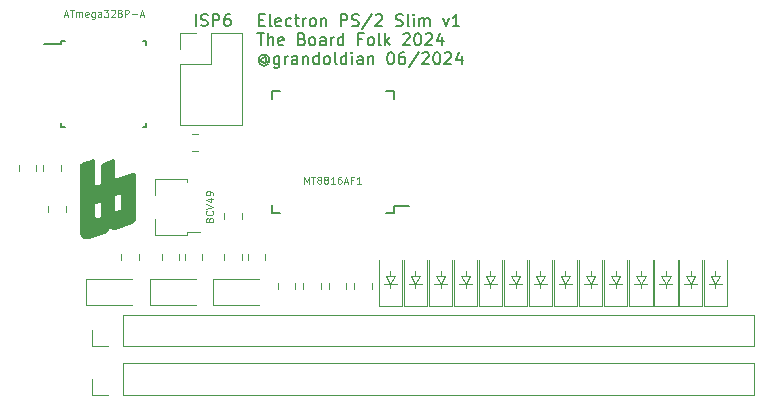
<source format=gbr>
%TF.GenerationSoftware,KiCad,Pcbnew,7.0.10*%
%TF.CreationDate,2024-06-09T02:47:37+01:00*%
%TF.ProjectId,Electron-PS2Slim,456c6563-7472-46f6-9e2d-505332536c69,rev?*%
%TF.SameCoordinates,Original*%
%TF.FileFunction,Legend,Top*%
%TF.FilePolarity,Positive*%
%FSLAX46Y46*%
G04 Gerber Fmt 4.6, Leading zero omitted, Abs format (unit mm)*
G04 Created by KiCad (PCBNEW 7.0.10) date 2024-06-09 02:47:37*
%MOMM*%
%LPD*%
G01*
G04 APERTURE LIST*
%ADD10C,0.150000*%
%ADD11C,0.100000*%
%ADD12C,0.120000*%
G04 APERTURE END LIST*
D10*
X61561779Y-83251009D02*
X61895112Y-83251009D01*
X62037969Y-83774819D02*
X61561779Y-83774819D01*
X61561779Y-83774819D02*
X61561779Y-82774819D01*
X61561779Y-82774819D02*
X62037969Y-82774819D01*
X62609398Y-83774819D02*
X62514160Y-83727200D01*
X62514160Y-83727200D02*
X62466541Y-83631961D01*
X62466541Y-83631961D02*
X62466541Y-82774819D01*
X63371303Y-83727200D02*
X63276065Y-83774819D01*
X63276065Y-83774819D02*
X63085589Y-83774819D01*
X63085589Y-83774819D02*
X62990351Y-83727200D01*
X62990351Y-83727200D02*
X62942732Y-83631961D01*
X62942732Y-83631961D02*
X62942732Y-83251009D01*
X62942732Y-83251009D02*
X62990351Y-83155771D01*
X62990351Y-83155771D02*
X63085589Y-83108152D01*
X63085589Y-83108152D02*
X63276065Y-83108152D01*
X63276065Y-83108152D02*
X63371303Y-83155771D01*
X63371303Y-83155771D02*
X63418922Y-83251009D01*
X63418922Y-83251009D02*
X63418922Y-83346247D01*
X63418922Y-83346247D02*
X62942732Y-83441485D01*
X64276065Y-83727200D02*
X64180827Y-83774819D01*
X64180827Y-83774819D02*
X63990351Y-83774819D01*
X63990351Y-83774819D02*
X63895113Y-83727200D01*
X63895113Y-83727200D02*
X63847494Y-83679580D01*
X63847494Y-83679580D02*
X63799875Y-83584342D01*
X63799875Y-83584342D02*
X63799875Y-83298628D01*
X63799875Y-83298628D02*
X63847494Y-83203390D01*
X63847494Y-83203390D02*
X63895113Y-83155771D01*
X63895113Y-83155771D02*
X63990351Y-83108152D01*
X63990351Y-83108152D02*
X64180827Y-83108152D01*
X64180827Y-83108152D02*
X64276065Y-83155771D01*
X64561780Y-83108152D02*
X64942732Y-83108152D01*
X64704637Y-82774819D02*
X64704637Y-83631961D01*
X64704637Y-83631961D02*
X64752256Y-83727200D01*
X64752256Y-83727200D02*
X64847494Y-83774819D01*
X64847494Y-83774819D02*
X64942732Y-83774819D01*
X65276066Y-83774819D02*
X65276066Y-83108152D01*
X65276066Y-83298628D02*
X65323685Y-83203390D01*
X65323685Y-83203390D02*
X65371304Y-83155771D01*
X65371304Y-83155771D02*
X65466542Y-83108152D01*
X65466542Y-83108152D02*
X65561780Y-83108152D01*
X66037971Y-83774819D02*
X65942733Y-83727200D01*
X65942733Y-83727200D02*
X65895114Y-83679580D01*
X65895114Y-83679580D02*
X65847495Y-83584342D01*
X65847495Y-83584342D02*
X65847495Y-83298628D01*
X65847495Y-83298628D02*
X65895114Y-83203390D01*
X65895114Y-83203390D02*
X65942733Y-83155771D01*
X65942733Y-83155771D02*
X66037971Y-83108152D01*
X66037971Y-83108152D02*
X66180828Y-83108152D01*
X66180828Y-83108152D02*
X66276066Y-83155771D01*
X66276066Y-83155771D02*
X66323685Y-83203390D01*
X66323685Y-83203390D02*
X66371304Y-83298628D01*
X66371304Y-83298628D02*
X66371304Y-83584342D01*
X66371304Y-83584342D02*
X66323685Y-83679580D01*
X66323685Y-83679580D02*
X66276066Y-83727200D01*
X66276066Y-83727200D02*
X66180828Y-83774819D01*
X66180828Y-83774819D02*
X66037971Y-83774819D01*
X66799876Y-83108152D02*
X66799876Y-83774819D01*
X66799876Y-83203390D02*
X66847495Y-83155771D01*
X66847495Y-83155771D02*
X66942733Y-83108152D01*
X66942733Y-83108152D02*
X67085590Y-83108152D01*
X67085590Y-83108152D02*
X67180828Y-83155771D01*
X67180828Y-83155771D02*
X67228447Y-83251009D01*
X67228447Y-83251009D02*
X67228447Y-83774819D01*
X68466543Y-83774819D02*
X68466543Y-82774819D01*
X68466543Y-82774819D02*
X68847495Y-82774819D01*
X68847495Y-82774819D02*
X68942733Y-82822438D01*
X68942733Y-82822438D02*
X68990352Y-82870057D01*
X68990352Y-82870057D02*
X69037971Y-82965295D01*
X69037971Y-82965295D02*
X69037971Y-83108152D01*
X69037971Y-83108152D02*
X68990352Y-83203390D01*
X68990352Y-83203390D02*
X68942733Y-83251009D01*
X68942733Y-83251009D02*
X68847495Y-83298628D01*
X68847495Y-83298628D02*
X68466543Y-83298628D01*
X69418924Y-83727200D02*
X69561781Y-83774819D01*
X69561781Y-83774819D02*
X69799876Y-83774819D01*
X69799876Y-83774819D02*
X69895114Y-83727200D01*
X69895114Y-83727200D02*
X69942733Y-83679580D01*
X69942733Y-83679580D02*
X69990352Y-83584342D01*
X69990352Y-83584342D02*
X69990352Y-83489104D01*
X69990352Y-83489104D02*
X69942733Y-83393866D01*
X69942733Y-83393866D02*
X69895114Y-83346247D01*
X69895114Y-83346247D02*
X69799876Y-83298628D01*
X69799876Y-83298628D02*
X69609400Y-83251009D01*
X69609400Y-83251009D02*
X69514162Y-83203390D01*
X69514162Y-83203390D02*
X69466543Y-83155771D01*
X69466543Y-83155771D02*
X69418924Y-83060533D01*
X69418924Y-83060533D02*
X69418924Y-82965295D01*
X69418924Y-82965295D02*
X69466543Y-82870057D01*
X69466543Y-82870057D02*
X69514162Y-82822438D01*
X69514162Y-82822438D02*
X69609400Y-82774819D01*
X69609400Y-82774819D02*
X69847495Y-82774819D01*
X69847495Y-82774819D02*
X69990352Y-82822438D01*
X71133209Y-82727200D02*
X70276067Y-84012914D01*
X71418924Y-82870057D02*
X71466543Y-82822438D01*
X71466543Y-82822438D02*
X71561781Y-82774819D01*
X71561781Y-82774819D02*
X71799876Y-82774819D01*
X71799876Y-82774819D02*
X71895114Y-82822438D01*
X71895114Y-82822438D02*
X71942733Y-82870057D01*
X71942733Y-82870057D02*
X71990352Y-82965295D01*
X71990352Y-82965295D02*
X71990352Y-83060533D01*
X71990352Y-83060533D02*
X71942733Y-83203390D01*
X71942733Y-83203390D02*
X71371305Y-83774819D01*
X71371305Y-83774819D02*
X71990352Y-83774819D01*
X73133210Y-83727200D02*
X73276067Y-83774819D01*
X73276067Y-83774819D02*
X73514162Y-83774819D01*
X73514162Y-83774819D02*
X73609400Y-83727200D01*
X73609400Y-83727200D02*
X73657019Y-83679580D01*
X73657019Y-83679580D02*
X73704638Y-83584342D01*
X73704638Y-83584342D02*
X73704638Y-83489104D01*
X73704638Y-83489104D02*
X73657019Y-83393866D01*
X73657019Y-83393866D02*
X73609400Y-83346247D01*
X73609400Y-83346247D02*
X73514162Y-83298628D01*
X73514162Y-83298628D02*
X73323686Y-83251009D01*
X73323686Y-83251009D02*
X73228448Y-83203390D01*
X73228448Y-83203390D02*
X73180829Y-83155771D01*
X73180829Y-83155771D02*
X73133210Y-83060533D01*
X73133210Y-83060533D02*
X73133210Y-82965295D01*
X73133210Y-82965295D02*
X73180829Y-82870057D01*
X73180829Y-82870057D02*
X73228448Y-82822438D01*
X73228448Y-82822438D02*
X73323686Y-82774819D01*
X73323686Y-82774819D02*
X73561781Y-82774819D01*
X73561781Y-82774819D02*
X73704638Y-82822438D01*
X74276067Y-83774819D02*
X74180829Y-83727200D01*
X74180829Y-83727200D02*
X74133210Y-83631961D01*
X74133210Y-83631961D02*
X74133210Y-82774819D01*
X74657020Y-83774819D02*
X74657020Y-83108152D01*
X74657020Y-82774819D02*
X74609401Y-82822438D01*
X74609401Y-82822438D02*
X74657020Y-82870057D01*
X74657020Y-82870057D02*
X74704639Y-82822438D01*
X74704639Y-82822438D02*
X74657020Y-82774819D01*
X74657020Y-82774819D02*
X74657020Y-82870057D01*
X75133210Y-83774819D02*
X75133210Y-83108152D01*
X75133210Y-83203390D02*
X75180829Y-83155771D01*
X75180829Y-83155771D02*
X75276067Y-83108152D01*
X75276067Y-83108152D02*
X75418924Y-83108152D01*
X75418924Y-83108152D02*
X75514162Y-83155771D01*
X75514162Y-83155771D02*
X75561781Y-83251009D01*
X75561781Y-83251009D02*
X75561781Y-83774819D01*
X75561781Y-83251009D02*
X75609400Y-83155771D01*
X75609400Y-83155771D02*
X75704638Y-83108152D01*
X75704638Y-83108152D02*
X75847495Y-83108152D01*
X75847495Y-83108152D02*
X75942734Y-83155771D01*
X75942734Y-83155771D02*
X75990353Y-83251009D01*
X75990353Y-83251009D02*
X75990353Y-83774819D01*
X77133210Y-83108152D02*
X77371305Y-83774819D01*
X77371305Y-83774819D02*
X77609400Y-83108152D01*
X78514162Y-83774819D02*
X77942734Y-83774819D01*
X78228448Y-83774819D02*
X78228448Y-82774819D01*
X78228448Y-82774819D02*
X78133210Y-82917676D01*
X78133210Y-82917676D02*
X78037972Y-83012914D01*
X78037972Y-83012914D02*
X77942734Y-83060533D01*
X61418922Y-84384819D02*
X61990350Y-84384819D01*
X61704636Y-85384819D02*
X61704636Y-84384819D01*
X62323684Y-85384819D02*
X62323684Y-84384819D01*
X62752255Y-85384819D02*
X62752255Y-84861009D01*
X62752255Y-84861009D02*
X62704636Y-84765771D01*
X62704636Y-84765771D02*
X62609398Y-84718152D01*
X62609398Y-84718152D02*
X62466541Y-84718152D01*
X62466541Y-84718152D02*
X62371303Y-84765771D01*
X62371303Y-84765771D02*
X62323684Y-84813390D01*
X63609398Y-85337200D02*
X63514160Y-85384819D01*
X63514160Y-85384819D02*
X63323684Y-85384819D01*
X63323684Y-85384819D02*
X63228446Y-85337200D01*
X63228446Y-85337200D02*
X63180827Y-85241961D01*
X63180827Y-85241961D02*
X63180827Y-84861009D01*
X63180827Y-84861009D02*
X63228446Y-84765771D01*
X63228446Y-84765771D02*
X63323684Y-84718152D01*
X63323684Y-84718152D02*
X63514160Y-84718152D01*
X63514160Y-84718152D02*
X63609398Y-84765771D01*
X63609398Y-84765771D02*
X63657017Y-84861009D01*
X63657017Y-84861009D02*
X63657017Y-84956247D01*
X63657017Y-84956247D02*
X63180827Y-85051485D01*
X65180827Y-84861009D02*
X65323684Y-84908628D01*
X65323684Y-84908628D02*
X65371303Y-84956247D01*
X65371303Y-84956247D02*
X65418922Y-85051485D01*
X65418922Y-85051485D02*
X65418922Y-85194342D01*
X65418922Y-85194342D02*
X65371303Y-85289580D01*
X65371303Y-85289580D02*
X65323684Y-85337200D01*
X65323684Y-85337200D02*
X65228446Y-85384819D01*
X65228446Y-85384819D02*
X64847494Y-85384819D01*
X64847494Y-85384819D02*
X64847494Y-84384819D01*
X64847494Y-84384819D02*
X65180827Y-84384819D01*
X65180827Y-84384819D02*
X65276065Y-84432438D01*
X65276065Y-84432438D02*
X65323684Y-84480057D01*
X65323684Y-84480057D02*
X65371303Y-84575295D01*
X65371303Y-84575295D02*
X65371303Y-84670533D01*
X65371303Y-84670533D02*
X65323684Y-84765771D01*
X65323684Y-84765771D02*
X65276065Y-84813390D01*
X65276065Y-84813390D02*
X65180827Y-84861009D01*
X65180827Y-84861009D02*
X64847494Y-84861009D01*
X65990351Y-85384819D02*
X65895113Y-85337200D01*
X65895113Y-85337200D02*
X65847494Y-85289580D01*
X65847494Y-85289580D02*
X65799875Y-85194342D01*
X65799875Y-85194342D02*
X65799875Y-84908628D01*
X65799875Y-84908628D02*
X65847494Y-84813390D01*
X65847494Y-84813390D02*
X65895113Y-84765771D01*
X65895113Y-84765771D02*
X65990351Y-84718152D01*
X65990351Y-84718152D02*
X66133208Y-84718152D01*
X66133208Y-84718152D02*
X66228446Y-84765771D01*
X66228446Y-84765771D02*
X66276065Y-84813390D01*
X66276065Y-84813390D02*
X66323684Y-84908628D01*
X66323684Y-84908628D02*
X66323684Y-85194342D01*
X66323684Y-85194342D02*
X66276065Y-85289580D01*
X66276065Y-85289580D02*
X66228446Y-85337200D01*
X66228446Y-85337200D02*
X66133208Y-85384819D01*
X66133208Y-85384819D02*
X65990351Y-85384819D01*
X67180827Y-85384819D02*
X67180827Y-84861009D01*
X67180827Y-84861009D02*
X67133208Y-84765771D01*
X67133208Y-84765771D02*
X67037970Y-84718152D01*
X67037970Y-84718152D02*
X66847494Y-84718152D01*
X66847494Y-84718152D02*
X66752256Y-84765771D01*
X67180827Y-85337200D02*
X67085589Y-85384819D01*
X67085589Y-85384819D02*
X66847494Y-85384819D01*
X66847494Y-85384819D02*
X66752256Y-85337200D01*
X66752256Y-85337200D02*
X66704637Y-85241961D01*
X66704637Y-85241961D02*
X66704637Y-85146723D01*
X66704637Y-85146723D02*
X66752256Y-85051485D01*
X66752256Y-85051485D02*
X66847494Y-85003866D01*
X66847494Y-85003866D02*
X67085589Y-85003866D01*
X67085589Y-85003866D02*
X67180827Y-84956247D01*
X67657018Y-85384819D02*
X67657018Y-84718152D01*
X67657018Y-84908628D02*
X67704637Y-84813390D01*
X67704637Y-84813390D02*
X67752256Y-84765771D01*
X67752256Y-84765771D02*
X67847494Y-84718152D01*
X67847494Y-84718152D02*
X67942732Y-84718152D01*
X68704637Y-85384819D02*
X68704637Y-84384819D01*
X68704637Y-85337200D02*
X68609399Y-85384819D01*
X68609399Y-85384819D02*
X68418923Y-85384819D01*
X68418923Y-85384819D02*
X68323685Y-85337200D01*
X68323685Y-85337200D02*
X68276066Y-85289580D01*
X68276066Y-85289580D02*
X68228447Y-85194342D01*
X68228447Y-85194342D02*
X68228447Y-84908628D01*
X68228447Y-84908628D02*
X68276066Y-84813390D01*
X68276066Y-84813390D02*
X68323685Y-84765771D01*
X68323685Y-84765771D02*
X68418923Y-84718152D01*
X68418923Y-84718152D02*
X68609399Y-84718152D01*
X68609399Y-84718152D02*
X68704637Y-84765771D01*
X70276066Y-84861009D02*
X69942733Y-84861009D01*
X69942733Y-85384819D02*
X69942733Y-84384819D01*
X69942733Y-84384819D02*
X70418923Y-84384819D01*
X70942733Y-85384819D02*
X70847495Y-85337200D01*
X70847495Y-85337200D02*
X70799876Y-85289580D01*
X70799876Y-85289580D02*
X70752257Y-85194342D01*
X70752257Y-85194342D02*
X70752257Y-84908628D01*
X70752257Y-84908628D02*
X70799876Y-84813390D01*
X70799876Y-84813390D02*
X70847495Y-84765771D01*
X70847495Y-84765771D02*
X70942733Y-84718152D01*
X70942733Y-84718152D02*
X71085590Y-84718152D01*
X71085590Y-84718152D02*
X71180828Y-84765771D01*
X71180828Y-84765771D02*
X71228447Y-84813390D01*
X71228447Y-84813390D02*
X71276066Y-84908628D01*
X71276066Y-84908628D02*
X71276066Y-85194342D01*
X71276066Y-85194342D02*
X71228447Y-85289580D01*
X71228447Y-85289580D02*
X71180828Y-85337200D01*
X71180828Y-85337200D02*
X71085590Y-85384819D01*
X71085590Y-85384819D02*
X70942733Y-85384819D01*
X71847495Y-85384819D02*
X71752257Y-85337200D01*
X71752257Y-85337200D02*
X71704638Y-85241961D01*
X71704638Y-85241961D02*
X71704638Y-84384819D01*
X72228448Y-85384819D02*
X72228448Y-84384819D01*
X72323686Y-85003866D02*
X72609400Y-85384819D01*
X72609400Y-84718152D02*
X72228448Y-85099104D01*
X73752258Y-84480057D02*
X73799877Y-84432438D01*
X73799877Y-84432438D02*
X73895115Y-84384819D01*
X73895115Y-84384819D02*
X74133210Y-84384819D01*
X74133210Y-84384819D02*
X74228448Y-84432438D01*
X74228448Y-84432438D02*
X74276067Y-84480057D01*
X74276067Y-84480057D02*
X74323686Y-84575295D01*
X74323686Y-84575295D02*
X74323686Y-84670533D01*
X74323686Y-84670533D02*
X74276067Y-84813390D01*
X74276067Y-84813390D02*
X73704639Y-85384819D01*
X73704639Y-85384819D02*
X74323686Y-85384819D01*
X74942734Y-84384819D02*
X75037972Y-84384819D01*
X75037972Y-84384819D02*
X75133210Y-84432438D01*
X75133210Y-84432438D02*
X75180829Y-84480057D01*
X75180829Y-84480057D02*
X75228448Y-84575295D01*
X75228448Y-84575295D02*
X75276067Y-84765771D01*
X75276067Y-84765771D02*
X75276067Y-85003866D01*
X75276067Y-85003866D02*
X75228448Y-85194342D01*
X75228448Y-85194342D02*
X75180829Y-85289580D01*
X75180829Y-85289580D02*
X75133210Y-85337200D01*
X75133210Y-85337200D02*
X75037972Y-85384819D01*
X75037972Y-85384819D02*
X74942734Y-85384819D01*
X74942734Y-85384819D02*
X74847496Y-85337200D01*
X74847496Y-85337200D02*
X74799877Y-85289580D01*
X74799877Y-85289580D02*
X74752258Y-85194342D01*
X74752258Y-85194342D02*
X74704639Y-85003866D01*
X74704639Y-85003866D02*
X74704639Y-84765771D01*
X74704639Y-84765771D02*
X74752258Y-84575295D01*
X74752258Y-84575295D02*
X74799877Y-84480057D01*
X74799877Y-84480057D02*
X74847496Y-84432438D01*
X74847496Y-84432438D02*
X74942734Y-84384819D01*
X75657020Y-84480057D02*
X75704639Y-84432438D01*
X75704639Y-84432438D02*
X75799877Y-84384819D01*
X75799877Y-84384819D02*
X76037972Y-84384819D01*
X76037972Y-84384819D02*
X76133210Y-84432438D01*
X76133210Y-84432438D02*
X76180829Y-84480057D01*
X76180829Y-84480057D02*
X76228448Y-84575295D01*
X76228448Y-84575295D02*
X76228448Y-84670533D01*
X76228448Y-84670533D02*
X76180829Y-84813390D01*
X76180829Y-84813390D02*
X75609401Y-85384819D01*
X75609401Y-85384819D02*
X76228448Y-85384819D01*
X77085591Y-84718152D02*
X77085591Y-85384819D01*
X76847496Y-84337200D02*
X76609401Y-85051485D01*
X76609401Y-85051485D02*
X77228448Y-85051485D01*
X62180826Y-86518628D02*
X62133207Y-86471009D01*
X62133207Y-86471009D02*
X62037969Y-86423390D01*
X62037969Y-86423390D02*
X61942731Y-86423390D01*
X61942731Y-86423390D02*
X61847493Y-86471009D01*
X61847493Y-86471009D02*
X61799874Y-86518628D01*
X61799874Y-86518628D02*
X61752255Y-86613866D01*
X61752255Y-86613866D02*
X61752255Y-86709104D01*
X61752255Y-86709104D02*
X61799874Y-86804342D01*
X61799874Y-86804342D02*
X61847493Y-86851961D01*
X61847493Y-86851961D02*
X61942731Y-86899580D01*
X61942731Y-86899580D02*
X62037969Y-86899580D01*
X62037969Y-86899580D02*
X62133207Y-86851961D01*
X62133207Y-86851961D02*
X62180826Y-86804342D01*
X62180826Y-86423390D02*
X62180826Y-86804342D01*
X62180826Y-86804342D02*
X62228445Y-86851961D01*
X62228445Y-86851961D02*
X62276064Y-86851961D01*
X62276064Y-86851961D02*
X62371303Y-86804342D01*
X62371303Y-86804342D02*
X62418922Y-86709104D01*
X62418922Y-86709104D02*
X62418922Y-86471009D01*
X62418922Y-86471009D02*
X62323684Y-86328152D01*
X62323684Y-86328152D02*
X62180826Y-86232914D01*
X62180826Y-86232914D02*
X61990350Y-86185295D01*
X61990350Y-86185295D02*
X61799874Y-86232914D01*
X61799874Y-86232914D02*
X61657017Y-86328152D01*
X61657017Y-86328152D02*
X61561779Y-86471009D01*
X61561779Y-86471009D02*
X61514160Y-86661485D01*
X61514160Y-86661485D02*
X61561779Y-86851961D01*
X61561779Y-86851961D02*
X61657017Y-86994819D01*
X61657017Y-86994819D02*
X61799874Y-87090057D01*
X61799874Y-87090057D02*
X61990350Y-87137676D01*
X61990350Y-87137676D02*
X62180826Y-87090057D01*
X62180826Y-87090057D02*
X62323684Y-86994819D01*
X63276064Y-86328152D02*
X63276064Y-87137676D01*
X63276064Y-87137676D02*
X63228445Y-87232914D01*
X63228445Y-87232914D02*
X63180826Y-87280533D01*
X63180826Y-87280533D02*
X63085588Y-87328152D01*
X63085588Y-87328152D02*
X62942731Y-87328152D01*
X62942731Y-87328152D02*
X62847493Y-87280533D01*
X63276064Y-86947200D02*
X63180826Y-86994819D01*
X63180826Y-86994819D02*
X62990350Y-86994819D01*
X62990350Y-86994819D02*
X62895112Y-86947200D01*
X62895112Y-86947200D02*
X62847493Y-86899580D01*
X62847493Y-86899580D02*
X62799874Y-86804342D01*
X62799874Y-86804342D02*
X62799874Y-86518628D01*
X62799874Y-86518628D02*
X62847493Y-86423390D01*
X62847493Y-86423390D02*
X62895112Y-86375771D01*
X62895112Y-86375771D02*
X62990350Y-86328152D01*
X62990350Y-86328152D02*
X63180826Y-86328152D01*
X63180826Y-86328152D02*
X63276064Y-86375771D01*
X63752255Y-86994819D02*
X63752255Y-86328152D01*
X63752255Y-86518628D02*
X63799874Y-86423390D01*
X63799874Y-86423390D02*
X63847493Y-86375771D01*
X63847493Y-86375771D02*
X63942731Y-86328152D01*
X63942731Y-86328152D02*
X64037969Y-86328152D01*
X64799874Y-86994819D02*
X64799874Y-86471009D01*
X64799874Y-86471009D02*
X64752255Y-86375771D01*
X64752255Y-86375771D02*
X64657017Y-86328152D01*
X64657017Y-86328152D02*
X64466541Y-86328152D01*
X64466541Y-86328152D02*
X64371303Y-86375771D01*
X64799874Y-86947200D02*
X64704636Y-86994819D01*
X64704636Y-86994819D02*
X64466541Y-86994819D01*
X64466541Y-86994819D02*
X64371303Y-86947200D01*
X64371303Y-86947200D02*
X64323684Y-86851961D01*
X64323684Y-86851961D02*
X64323684Y-86756723D01*
X64323684Y-86756723D02*
X64371303Y-86661485D01*
X64371303Y-86661485D02*
X64466541Y-86613866D01*
X64466541Y-86613866D02*
X64704636Y-86613866D01*
X64704636Y-86613866D02*
X64799874Y-86566247D01*
X65276065Y-86328152D02*
X65276065Y-86994819D01*
X65276065Y-86423390D02*
X65323684Y-86375771D01*
X65323684Y-86375771D02*
X65418922Y-86328152D01*
X65418922Y-86328152D02*
X65561779Y-86328152D01*
X65561779Y-86328152D02*
X65657017Y-86375771D01*
X65657017Y-86375771D02*
X65704636Y-86471009D01*
X65704636Y-86471009D02*
X65704636Y-86994819D01*
X66609398Y-86994819D02*
X66609398Y-85994819D01*
X66609398Y-86947200D02*
X66514160Y-86994819D01*
X66514160Y-86994819D02*
X66323684Y-86994819D01*
X66323684Y-86994819D02*
X66228446Y-86947200D01*
X66228446Y-86947200D02*
X66180827Y-86899580D01*
X66180827Y-86899580D02*
X66133208Y-86804342D01*
X66133208Y-86804342D02*
X66133208Y-86518628D01*
X66133208Y-86518628D02*
X66180827Y-86423390D01*
X66180827Y-86423390D02*
X66228446Y-86375771D01*
X66228446Y-86375771D02*
X66323684Y-86328152D01*
X66323684Y-86328152D02*
X66514160Y-86328152D01*
X66514160Y-86328152D02*
X66609398Y-86375771D01*
X67228446Y-86994819D02*
X67133208Y-86947200D01*
X67133208Y-86947200D02*
X67085589Y-86899580D01*
X67085589Y-86899580D02*
X67037970Y-86804342D01*
X67037970Y-86804342D02*
X67037970Y-86518628D01*
X67037970Y-86518628D02*
X67085589Y-86423390D01*
X67085589Y-86423390D02*
X67133208Y-86375771D01*
X67133208Y-86375771D02*
X67228446Y-86328152D01*
X67228446Y-86328152D02*
X67371303Y-86328152D01*
X67371303Y-86328152D02*
X67466541Y-86375771D01*
X67466541Y-86375771D02*
X67514160Y-86423390D01*
X67514160Y-86423390D02*
X67561779Y-86518628D01*
X67561779Y-86518628D02*
X67561779Y-86804342D01*
X67561779Y-86804342D02*
X67514160Y-86899580D01*
X67514160Y-86899580D02*
X67466541Y-86947200D01*
X67466541Y-86947200D02*
X67371303Y-86994819D01*
X67371303Y-86994819D02*
X67228446Y-86994819D01*
X68133208Y-86994819D02*
X68037970Y-86947200D01*
X68037970Y-86947200D02*
X67990351Y-86851961D01*
X67990351Y-86851961D02*
X67990351Y-85994819D01*
X68942732Y-86994819D02*
X68942732Y-85994819D01*
X68942732Y-86947200D02*
X68847494Y-86994819D01*
X68847494Y-86994819D02*
X68657018Y-86994819D01*
X68657018Y-86994819D02*
X68561780Y-86947200D01*
X68561780Y-86947200D02*
X68514161Y-86899580D01*
X68514161Y-86899580D02*
X68466542Y-86804342D01*
X68466542Y-86804342D02*
X68466542Y-86518628D01*
X68466542Y-86518628D02*
X68514161Y-86423390D01*
X68514161Y-86423390D02*
X68561780Y-86375771D01*
X68561780Y-86375771D02*
X68657018Y-86328152D01*
X68657018Y-86328152D02*
X68847494Y-86328152D01*
X68847494Y-86328152D02*
X68942732Y-86375771D01*
X69418923Y-86994819D02*
X69418923Y-86328152D01*
X69418923Y-85994819D02*
X69371304Y-86042438D01*
X69371304Y-86042438D02*
X69418923Y-86090057D01*
X69418923Y-86090057D02*
X69466542Y-86042438D01*
X69466542Y-86042438D02*
X69418923Y-85994819D01*
X69418923Y-85994819D02*
X69418923Y-86090057D01*
X70323684Y-86994819D02*
X70323684Y-86471009D01*
X70323684Y-86471009D02*
X70276065Y-86375771D01*
X70276065Y-86375771D02*
X70180827Y-86328152D01*
X70180827Y-86328152D02*
X69990351Y-86328152D01*
X69990351Y-86328152D02*
X69895113Y-86375771D01*
X70323684Y-86947200D02*
X70228446Y-86994819D01*
X70228446Y-86994819D02*
X69990351Y-86994819D01*
X69990351Y-86994819D02*
X69895113Y-86947200D01*
X69895113Y-86947200D02*
X69847494Y-86851961D01*
X69847494Y-86851961D02*
X69847494Y-86756723D01*
X69847494Y-86756723D02*
X69895113Y-86661485D01*
X69895113Y-86661485D02*
X69990351Y-86613866D01*
X69990351Y-86613866D02*
X70228446Y-86613866D01*
X70228446Y-86613866D02*
X70323684Y-86566247D01*
X70799875Y-86328152D02*
X70799875Y-86994819D01*
X70799875Y-86423390D02*
X70847494Y-86375771D01*
X70847494Y-86375771D02*
X70942732Y-86328152D01*
X70942732Y-86328152D02*
X71085589Y-86328152D01*
X71085589Y-86328152D02*
X71180827Y-86375771D01*
X71180827Y-86375771D02*
X71228446Y-86471009D01*
X71228446Y-86471009D02*
X71228446Y-86994819D01*
X72657018Y-85994819D02*
X72752256Y-85994819D01*
X72752256Y-85994819D02*
X72847494Y-86042438D01*
X72847494Y-86042438D02*
X72895113Y-86090057D01*
X72895113Y-86090057D02*
X72942732Y-86185295D01*
X72942732Y-86185295D02*
X72990351Y-86375771D01*
X72990351Y-86375771D02*
X72990351Y-86613866D01*
X72990351Y-86613866D02*
X72942732Y-86804342D01*
X72942732Y-86804342D02*
X72895113Y-86899580D01*
X72895113Y-86899580D02*
X72847494Y-86947200D01*
X72847494Y-86947200D02*
X72752256Y-86994819D01*
X72752256Y-86994819D02*
X72657018Y-86994819D01*
X72657018Y-86994819D02*
X72561780Y-86947200D01*
X72561780Y-86947200D02*
X72514161Y-86899580D01*
X72514161Y-86899580D02*
X72466542Y-86804342D01*
X72466542Y-86804342D02*
X72418923Y-86613866D01*
X72418923Y-86613866D02*
X72418923Y-86375771D01*
X72418923Y-86375771D02*
X72466542Y-86185295D01*
X72466542Y-86185295D02*
X72514161Y-86090057D01*
X72514161Y-86090057D02*
X72561780Y-86042438D01*
X72561780Y-86042438D02*
X72657018Y-85994819D01*
X73847494Y-85994819D02*
X73657018Y-85994819D01*
X73657018Y-85994819D02*
X73561780Y-86042438D01*
X73561780Y-86042438D02*
X73514161Y-86090057D01*
X73514161Y-86090057D02*
X73418923Y-86232914D01*
X73418923Y-86232914D02*
X73371304Y-86423390D01*
X73371304Y-86423390D02*
X73371304Y-86804342D01*
X73371304Y-86804342D02*
X73418923Y-86899580D01*
X73418923Y-86899580D02*
X73466542Y-86947200D01*
X73466542Y-86947200D02*
X73561780Y-86994819D01*
X73561780Y-86994819D02*
X73752256Y-86994819D01*
X73752256Y-86994819D02*
X73847494Y-86947200D01*
X73847494Y-86947200D02*
X73895113Y-86899580D01*
X73895113Y-86899580D02*
X73942732Y-86804342D01*
X73942732Y-86804342D02*
X73942732Y-86566247D01*
X73942732Y-86566247D02*
X73895113Y-86471009D01*
X73895113Y-86471009D02*
X73847494Y-86423390D01*
X73847494Y-86423390D02*
X73752256Y-86375771D01*
X73752256Y-86375771D02*
X73561780Y-86375771D01*
X73561780Y-86375771D02*
X73466542Y-86423390D01*
X73466542Y-86423390D02*
X73418923Y-86471009D01*
X73418923Y-86471009D02*
X73371304Y-86566247D01*
X75085589Y-85947200D02*
X74228447Y-87232914D01*
X75371304Y-86090057D02*
X75418923Y-86042438D01*
X75418923Y-86042438D02*
X75514161Y-85994819D01*
X75514161Y-85994819D02*
X75752256Y-85994819D01*
X75752256Y-85994819D02*
X75847494Y-86042438D01*
X75847494Y-86042438D02*
X75895113Y-86090057D01*
X75895113Y-86090057D02*
X75942732Y-86185295D01*
X75942732Y-86185295D02*
X75942732Y-86280533D01*
X75942732Y-86280533D02*
X75895113Y-86423390D01*
X75895113Y-86423390D02*
X75323685Y-86994819D01*
X75323685Y-86994819D02*
X75942732Y-86994819D01*
X76561780Y-85994819D02*
X76657018Y-85994819D01*
X76657018Y-85994819D02*
X76752256Y-86042438D01*
X76752256Y-86042438D02*
X76799875Y-86090057D01*
X76799875Y-86090057D02*
X76847494Y-86185295D01*
X76847494Y-86185295D02*
X76895113Y-86375771D01*
X76895113Y-86375771D02*
X76895113Y-86613866D01*
X76895113Y-86613866D02*
X76847494Y-86804342D01*
X76847494Y-86804342D02*
X76799875Y-86899580D01*
X76799875Y-86899580D02*
X76752256Y-86947200D01*
X76752256Y-86947200D02*
X76657018Y-86994819D01*
X76657018Y-86994819D02*
X76561780Y-86994819D01*
X76561780Y-86994819D02*
X76466542Y-86947200D01*
X76466542Y-86947200D02*
X76418923Y-86899580D01*
X76418923Y-86899580D02*
X76371304Y-86804342D01*
X76371304Y-86804342D02*
X76323685Y-86613866D01*
X76323685Y-86613866D02*
X76323685Y-86375771D01*
X76323685Y-86375771D02*
X76371304Y-86185295D01*
X76371304Y-86185295D02*
X76418923Y-86090057D01*
X76418923Y-86090057D02*
X76466542Y-86042438D01*
X76466542Y-86042438D02*
X76561780Y-85994819D01*
X77276066Y-86090057D02*
X77323685Y-86042438D01*
X77323685Y-86042438D02*
X77418923Y-85994819D01*
X77418923Y-85994819D02*
X77657018Y-85994819D01*
X77657018Y-85994819D02*
X77752256Y-86042438D01*
X77752256Y-86042438D02*
X77799875Y-86090057D01*
X77799875Y-86090057D02*
X77847494Y-86185295D01*
X77847494Y-86185295D02*
X77847494Y-86280533D01*
X77847494Y-86280533D02*
X77799875Y-86423390D01*
X77799875Y-86423390D02*
X77228447Y-86994819D01*
X77228447Y-86994819D02*
X77847494Y-86994819D01*
X78704637Y-86328152D02*
X78704637Y-86994819D01*
X78466542Y-85947200D02*
X78228447Y-86661485D01*
X78228447Y-86661485D02*
X78847494Y-86661485D01*
D11*
X57336685Y-100171114D02*
X57365257Y-100085400D01*
X57365257Y-100085400D02*
X57393828Y-100056829D01*
X57393828Y-100056829D02*
X57450971Y-100028257D01*
X57450971Y-100028257D02*
X57536685Y-100028257D01*
X57536685Y-100028257D02*
X57593828Y-100056829D01*
X57593828Y-100056829D02*
X57622400Y-100085400D01*
X57622400Y-100085400D02*
X57650971Y-100142543D01*
X57650971Y-100142543D02*
X57650971Y-100371114D01*
X57650971Y-100371114D02*
X57050971Y-100371114D01*
X57050971Y-100371114D02*
X57050971Y-100171114D01*
X57050971Y-100171114D02*
X57079542Y-100113972D01*
X57079542Y-100113972D02*
X57108114Y-100085400D01*
X57108114Y-100085400D02*
X57165257Y-100056829D01*
X57165257Y-100056829D02*
X57222400Y-100056829D01*
X57222400Y-100056829D02*
X57279542Y-100085400D01*
X57279542Y-100085400D02*
X57308114Y-100113972D01*
X57308114Y-100113972D02*
X57336685Y-100171114D01*
X57336685Y-100171114D02*
X57336685Y-100371114D01*
X57593828Y-99428257D02*
X57622400Y-99456829D01*
X57622400Y-99456829D02*
X57650971Y-99542543D01*
X57650971Y-99542543D02*
X57650971Y-99599686D01*
X57650971Y-99599686D02*
X57622400Y-99685400D01*
X57622400Y-99685400D02*
X57565257Y-99742543D01*
X57565257Y-99742543D02*
X57508114Y-99771114D01*
X57508114Y-99771114D02*
X57393828Y-99799686D01*
X57393828Y-99799686D02*
X57308114Y-99799686D01*
X57308114Y-99799686D02*
X57193828Y-99771114D01*
X57193828Y-99771114D02*
X57136685Y-99742543D01*
X57136685Y-99742543D02*
X57079542Y-99685400D01*
X57079542Y-99685400D02*
X57050971Y-99599686D01*
X57050971Y-99599686D02*
X57050971Y-99542543D01*
X57050971Y-99542543D02*
X57079542Y-99456829D01*
X57079542Y-99456829D02*
X57108114Y-99428257D01*
X57050971Y-99256829D02*
X57650971Y-99056829D01*
X57650971Y-99056829D02*
X57050971Y-98856829D01*
X57250971Y-98399686D02*
X57650971Y-98399686D01*
X57022400Y-98542543D02*
X57450971Y-98685400D01*
X57450971Y-98685400D02*
X57450971Y-98313971D01*
X57650971Y-98056828D02*
X57650971Y-97942542D01*
X57650971Y-97942542D02*
X57622400Y-97885399D01*
X57622400Y-97885399D02*
X57593828Y-97856828D01*
X57593828Y-97856828D02*
X57508114Y-97799685D01*
X57508114Y-97799685D02*
X57393828Y-97771114D01*
X57393828Y-97771114D02*
X57165257Y-97771114D01*
X57165257Y-97771114D02*
X57108114Y-97799685D01*
X57108114Y-97799685D02*
X57079542Y-97828257D01*
X57079542Y-97828257D02*
X57050971Y-97885399D01*
X57050971Y-97885399D02*
X57050971Y-97999685D01*
X57050971Y-97999685D02*
X57079542Y-98056828D01*
X57079542Y-98056828D02*
X57108114Y-98085399D01*
X57108114Y-98085399D02*
X57165257Y-98113971D01*
X57165257Y-98113971D02*
X57308114Y-98113971D01*
X57308114Y-98113971D02*
X57365257Y-98085399D01*
X57365257Y-98085399D02*
X57393828Y-98056828D01*
X57393828Y-98056828D02*
X57422400Y-97999685D01*
X57422400Y-97999685D02*
X57422400Y-97885399D01*
X57422400Y-97885399D02*
X57393828Y-97828257D01*
X57393828Y-97828257D02*
X57365257Y-97799685D01*
X57365257Y-97799685D02*
X57308114Y-97771114D01*
X65378570Y-97122371D02*
X65378570Y-96522371D01*
X65378570Y-96522371D02*
X65578570Y-96950942D01*
X65578570Y-96950942D02*
X65778570Y-96522371D01*
X65778570Y-96522371D02*
X65778570Y-97122371D01*
X65978569Y-96522371D02*
X66321427Y-96522371D01*
X66149998Y-97122371D02*
X66149998Y-96522371D01*
X66607141Y-96779514D02*
X66549998Y-96750942D01*
X66549998Y-96750942D02*
X66521427Y-96722371D01*
X66521427Y-96722371D02*
X66492855Y-96665228D01*
X66492855Y-96665228D02*
X66492855Y-96636657D01*
X66492855Y-96636657D02*
X66521427Y-96579514D01*
X66521427Y-96579514D02*
X66549998Y-96550942D01*
X66549998Y-96550942D02*
X66607141Y-96522371D01*
X66607141Y-96522371D02*
X66721427Y-96522371D01*
X66721427Y-96522371D02*
X66778570Y-96550942D01*
X66778570Y-96550942D02*
X66807141Y-96579514D01*
X66807141Y-96579514D02*
X66835712Y-96636657D01*
X66835712Y-96636657D02*
X66835712Y-96665228D01*
X66835712Y-96665228D02*
X66807141Y-96722371D01*
X66807141Y-96722371D02*
X66778570Y-96750942D01*
X66778570Y-96750942D02*
X66721427Y-96779514D01*
X66721427Y-96779514D02*
X66607141Y-96779514D01*
X66607141Y-96779514D02*
X66549998Y-96808085D01*
X66549998Y-96808085D02*
X66521427Y-96836657D01*
X66521427Y-96836657D02*
X66492855Y-96893800D01*
X66492855Y-96893800D02*
X66492855Y-97008085D01*
X66492855Y-97008085D02*
X66521427Y-97065228D01*
X66521427Y-97065228D02*
X66549998Y-97093800D01*
X66549998Y-97093800D02*
X66607141Y-97122371D01*
X66607141Y-97122371D02*
X66721427Y-97122371D01*
X66721427Y-97122371D02*
X66778570Y-97093800D01*
X66778570Y-97093800D02*
X66807141Y-97065228D01*
X66807141Y-97065228D02*
X66835712Y-97008085D01*
X66835712Y-97008085D02*
X66835712Y-96893800D01*
X66835712Y-96893800D02*
X66807141Y-96836657D01*
X66807141Y-96836657D02*
X66778570Y-96808085D01*
X66778570Y-96808085D02*
X66721427Y-96779514D01*
X67178570Y-96779514D02*
X67121427Y-96750942D01*
X67121427Y-96750942D02*
X67092856Y-96722371D01*
X67092856Y-96722371D02*
X67064284Y-96665228D01*
X67064284Y-96665228D02*
X67064284Y-96636657D01*
X67064284Y-96636657D02*
X67092856Y-96579514D01*
X67092856Y-96579514D02*
X67121427Y-96550942D01*
X67121427Y-96550942D02*
X67178570Y-96522371D01*
X67178570Y-96522371D02*
X67292856Y-96522371D01*
X67292856Y-96522371D02*
X67349999Y-96550942D01*
X67349999Y-96550942D02*
X67378570Y-96579514D01*
X67378570Y-96579514D02*
X67407141Y-96636657D01*
X67407141Y-96636657D02*
X67407141Y-96665228D01*
X67407141Y-96665228D02*
X67378570Y-96722371D01*
X67378570Y-96722371D02*
X67349999Y-96750942D01*
X67349999Y-96750942D02*
X67292856Y-96779514D01*
X67292856Y-96779514D02*
X67178570Y-96779514D01*
X67178570Y-96779514D02*
X67121427Y-96808085D01*
X67121427Y-96808085D02*
X67092856Y-96836657D01*
X67092856Y-96836657D02*
X67064284Y-96893800D01*
X67064284Y-96893800D02*
X67064284Y-97008085D01*
X67064284Y-97008085D02*
X67092856Y-97065228D01*
X67092856Y-97065228D02*
X67121427Y-97093800D01*
X67121427Y-97093800D02*
X67178570Y-97122371D01*
X67178570Y-97122371D02*
X67292856Y-97122371D01*
X67292856Y-97122371D02*
X67349999Y-97093800D01*
X67349999Y-97093800D02*
X67378570Y-97065228D01*
X67378570Y-97065228D02*
X67407141Y-97008085D01*
X67407141Y-97008085D02*
X67407141Y-96893800D01*
X67407141Y-96893800D02*
X67378570Y-96836657D01*
X67378570Y-96836657D02*
X67349999Y-96808085D01*
X67349999Y-96808085D02*
X67292856Y-96779514D01*
X67978570Y-97122371D02*
X67635713Y-97122371D01*
X67807142Y-97122371D02*
X67807142Y-96522371D01*
X67807142Y-96522371D02*
X67749999Y-96608085D01*
X67749999Y-96608085D02*
X67692856Y-96665228D01*
X67692856Y-96665228D02*
X67635713Y-96693800D01*
X68492857Y-96522371D02*
X68378571Y-96522371D01*
X68378571Y-96522371D02*
X68321428Y-96550942D01*
X68321428Y-96550942D02*
X68292857Y-96579514D01*
X68292857Y-96579514D02*
X68235714Y-96665228D01*
X68235714Y-96665228D02*
X68207142Y-96779514D01*
X68207142Y-96779514D02*
X68207142Y-97008085D01*
X68207142Y-97008085D02*
X68235714Y-97065228D01*
X68235714Y-97065228D02*
X68264285Y-97093800D01*
X68264285Y-97093800D02*
X68321428Y-97122371D01*
X68321428Y-97122371D02*
X68435714Y-97122371D01*
X68435714Y-97122371D02*
X68492857Y-97093800D01*
X68492857Y-97093800D02*
X68521428Y-97065228D01*
X68521428Y-97065228D02*
X68549999Y-97008085D01*
X68549999Y-97008085D02*
X68549999Y-96865228D01*
X68549999Y-96865228D02*
X68521428Y-96808085D01*
X68521428Y-96808085D02*
X68492857Y-96779514D01*
X68492857Y-96779514D02*
X68435714Y-96750942D01*
X68435714Y-96750942D02*
X68321428Y-96750942D01*
X68321428Y-96750942D02*
X68264285Y-96779514D01*
X68264285Y-96779514D02*
X68235714Y-96808085D01*
X68235714Y-96808085D02*
X68207142Y-96865228D01*
X68778571Y-96950942D02*
X69064286Y-96950942D01*
X68721428Y-97122371D02*
X68921428Y-96522371D01*
X68921428Y-96522371D02*
X69121428Y-97122371D01*
X69521429Y-96808085D02*
X69321429Y-96808085D01*
X69321429Y-97122371D02*
X69321429Y-96522371D01*
X69321429Y-96522371D02*
X69607143Y-96522371D01*
X70150000Y-97122371D02*
X69807143Y-97122371D01*
X69978572Y-97122371D02*
X69978572Y-96522371D01*
X69978572Y-96522371D02*
X69921429Y-96608085D01*
X69921429Y-96608085D02*
X69864286Y-96665228D01*
X69864286Y-96665228D02*
X69807143Y-96693800D01*
X45067856Y-82825942D02*
X45353571Y-82825942D01*
X45010713Y-82997371D02*
X45210713Y-82397371D01*
X45210713Y-82397371D02*
X45410713Y-82997371D01*
X45524999Y-82397371D02*
X45867857Y-82397371D01*
X45696428Y-82997371D02*
X45696428Y-82397371D01*
X46067857Y-82997371D02*
X46067857Y-82597371D01*
X46067857Y-82654514D02*
X46096428Y-82625942D01*
X46096428Y-82625942D02*
X46153571Y-82597371D01*
X46153571Y-82597371D02*
X46239285Y-82597371D01*
X46239285Y-82597371D02*
X46296428Y-82625942D01*
X46296428Y-82625942D02*
X46325000Y-82683085D01*
X46325000Y-82683085D02*
X46325000Y-82997371D01*
X46325000Y-82683085D02*
X46353571Y-82625942D01*
X46353571Y-82625942D02*
X46410714Y-82597371D01*
X46410714Y-82597371D02*
X46496428Y-82597371D01*
X46496428Y-82597371D02*
X46553571Y-82625942D01*
X46553571Y-82625942D02*
X46582142Y-82683085D01*
X46582142Y-82683085D02*
X46582142Y-82997371D01*
X47096428Y-82968800D02*
X47039285Y-82997371D01*
X47039285Y-82997371D02*
X46925000Y-82997371D01*
X46925000Y-82997371D02*
X46867857Y-82968800D01*
X46867857Y-82968800D02*
X46839285Y-82911657D01*
X46839285Y-82911657D02*
X46839285Y-82683085D01*
X46839285Y-82683085D02*
X46867857Y-82625942D01*
X46867857Y-82625942D02*
X46925000Y-82597371D01*
X46925000Y-82597371D02*
X47039285Y-82597371D01*
X47039285Y-82597371D02*
X47096428Y-82625942D01*
X47096428Y-82625942D02*
X47125000Y-82683085D01*
X47125000Y-82683085D02*
X47125000Y-82740228D01*
X47125000Y-82740228D02*
X46839285Y-82797371D01*
X47639286Y-82597371D02*
X47639286Y-83083085D01*
X47639286Y-83083085D02*
X47610714Y-83140228D01*
X47610714Y-83140228D02*
X47582143Y-83168800D01*
X47582143Y-83168800D02*
X47525000Y-83197371D01*
X47525000Y-83197371D02*
X47439286Y-83197371D01*
X47439286Y-83197371D02*
X47382143Y-83168800D01*
X47639286Y-82968800D02*
X47582143Y-82997371D01*
X47582143Y-82997371D02*
X47467857Y-82997371D01*
X47467857Y-82997371D02*
X47410714Y-82968800D01*
X47410714Y-82968800D02*
X47382143Y-82940228D01*
X47382143Y-82940228D02*
X47353571Y-82883085D01*
X47353571Y-82883085D02*
X47353571Y-82711657D01*
X47353571Y-82711657D02*
X47382143Y-82654514D01*
X47382143Y-82654514D02*
X47410714Y-82625942D01*
X47410714Y-82625942D02*
X47467857Y-82597371D01*
X47467857Y-82597371D02*
X47582143Y-82597371D01*
X47582143Y-82597371D02*
X47639286Y-82625942D01*
X48182143Y-82997371D02*
X48182143Y-82683085D01*
X48182143Y-82683085D02*
X48153571Y-82625942D01*
X48153571Y-82625942D02*
X48096428Y-82597371D01*
X48096428Y-82597371D02*
X47982143Y-82597371D01*
X47982143Y-82597371D02*
X47925000Y-82625942D01*
X48182143Y-82968800D02*
X48125000Y-82997371D01*
X48125000Y-82997371D02*
X47982143Y-82997371D01*
X47982143Y-82997371D02*
X47925000Y-82968800D01*
X47925000Y-82968800D02*
X47896428Y-82911657D01*
X47896428Y-82911657D02*
X47896428Y-82854514D01*
X47896428Y-82854514D02*
X47925000Y-82797371D01*
X47925000Y-82797371D02*
X47982143Y-82768800D01*
X47982143Y-82768800D02*
X48125000Y-82768800D01*
X48125000Y-82768800D02*
X48182143Y-82740228D01*
X48410714Y-82397371D02*
X48782142Y-82397371D01*
X48782142Y-82397371D02*
X48582142Y-82625942D01*
X48582142Y-82625942D02*
X48667857Y-82625942D01*
X48667857Y-82625942D02*
X48725000Y-82654514D01*
X48725000Y-82654514D02*
X48753571Y-82683085D01*
X48753571Y-82683085D02*
X48782142Y-82740228D01*
X48782142Y-82740228D02*
X48782142Y-82883085D01*
X48782142Y-82883085D02*
X48753571Y-82940228D01*
X48753571Y-82940228D02*
X48725000Y-82968800D01*
X48725000Y-82968800D02*
X48667857Y-82997371D01*
X48667857Y-82997371D02*
X48496428Y-82997371D01*
X48496428Y-82997371D02*
X48439285Y-82968800D01*
X48439285Y-82968800D02*
X48410714Y-82940228D01*
X49010714Y-82454514D02*
X49039286Y-82425942D01*
X49039286Y-82425942D02*
X49096429Y-82397371D01*
X49096429Y-82397371D02*
X49239286Y-82397371D01*
X49239286Y-82397371D02*
X49296429Y-82425942D01*
X49296429Y-82425942D02*
X49325000Y-82454514D01*
X49325000Y-82454514D02*
X49353571Y-82511657D01*
X49353571Y-82511657D02*
X49353571Y-82568800D01*
X49353571Y-82568800D02*
X49325000Y-82654514D01*
X49325000Y-82654514D02*
X48982143Y-82997371D01*
X48982143Y-82997371D02*
X49353571Y-82997371D01*
X49696429Y-82654514D02*
X49639286Y-82625942D01*
X49639286Y-82625942D02*
X49610715Y-82597371D01*
X49610715Y-82597371D02*
X49582143Y-82540228D01*
X49582143Y-82540228D02*
X49582143Y-82511657D01*
X49582143Y-82511657D02*
X49610715Y-82454514D01*
X49610715Y-82454514D02*
X49639286Y-82425942D01*
X49639286Y-82425942D02*
X49696429Y-82397371D01*
X49696429Y-82397371D02*
X49810715Y-82397371D01*
X49810715Y-82397371D02*
X49867858Y-82425942D01*
X49867858Y-82425942D02*
X49896429Y-82454514D01*
X49896429Y-82454514D02*
X49925000Y-82511657D01*
X49925000Y-82511657D02*
X49925000Y-82540228D01*
X49925000Y-82540228D02*
X49896429Y-82597371D01*
X49896429Y-82597371D02*
X49867858Y-82625942D01*
X49867858Y-82625942D02*
X49810715Y-82654514D01*
X49810715Y-82654514D02*
X49696429Y-82654514D01*
X49696429Y-82654514D02*
X49639286Y-82683085D01*
X49639286Y-82683085D02*
X49610715Y-82711657D01*
X49610715Y-82711657D02*
X49582143Y-82768800D01*
X49582143Y-82768800D02*
X49582143Y-82883085D01*
X49582143Y-82883085D02*
X49610715Y-82940228D01*
X49610715Y-82940228D02*
X49639286Y-82968800D01*
X49639286Y-82968800D02*
X49696429Y-82997371D01*
X49696429Y-82997371D02*
X49810715Y-82997371D01*
X49810715Y-82997371D02*
X49867858Y-82968800D01*
X49867858Y-82968800D02*
X49896429Y-82940228D01*
X49896429Y-82940228D02*
X49925000Y-82883085D01*
X49925000Y-82883085D02*
X49925000Y-82768800D01*
X49925000Y-82768800D02*
X49896429Y-82711657D01*
X49896429Y-82711657D02*
X49867858Y-82683085D01*
X49867858Y-82683085D02*
X49810715Y-82654514D01*
X50182144Y-82997371D02*
X50182144Y-82397371D01*
X50182144Y-82397371D02*
X50410715Y-82397371D01*
X50410715Y-82397371D02*
X50467858Y-82425942D01*
X50467858Y-82425942D02*
X50496429Y-82454514D01*
X50496429Y-82454514D02*
X50525001Y-82511657D01*
X50525001Y-82511657D02*
X50525001Y-82597371D01*
X50525001Y-82597371D02*
X50496429Y-82654514D01*
X50496429Y-82654514D02*
X50467858Y-82683085D01*
X50467858Y-82683085D02*
X50410715Y-82711657D01*
X50410715Y-82711657D02*
X50182144Y-82711657D01*
X50782144Y-82768800D02*
X51239287Y-82768800D01*
X51496429Y-82825942D02*
X51782144Y-82825942D01*
X51439286Y-82997371D02*
X51639286Y-82397371D01*
X51639286Y-82397371D02*
X51839286Y-82997371D01*
D10*
X56205619Y-83766819D02*
X56205619Y-82766819D01*
X56634190Y-83719200D02*
X56777047Y-83766819D01*
X56777047Y-83766819D02*
X57015142Y-83766819D01*
X57015142Y-83766819D02*
X57110380Y-83719200D01*
X57110380Y-83719200D02*
X57157999Y-83671580D01*
X57157999Y-83671580D02*
X57205618Y-83576342D01*
X57205618Y-83576342D02*
X57205618Y-83481104D01*
X57205618Y-83481104D02*
X57157999Y-83385866D01*
X57157999Y-83385866D02*
X57110380Y-83338247D01*
X57110380Y-83338247D02*
X57015142Y-83290628D01*
X57015142Y-83290628D02*
X56824666Y-83243009D01*
X56824666Y-83243009D02*
X56729428Y-83195390D01*
X56729428Y-83195390D02*
X56681809Y-83147771D01*
X56681809Y-83147771D02*
X56634190Y-83052533D01*
X56634190Y-83052533D02*
X56634190Y-82957295D01*
X56634190Y-82957295D02*
X56681809Y-82862057D01*
X56681809Y-82862057D02*
X56729428Y-82814438D01*
X56729428Y-82814438D02*
X56824666Y-82766819D01*
X56824666Y-82766819D02*
X57062761Y-82766819D01*
X57062761Y-82766819D02*
X57205618Y-82814438D01*
X57634190Y-83766819D02*
X57634190Y-82766819D01*
X57634190Y-82766819D02*
X58015142Y-82766819D01*
X58015142Y-82766819D02*
X58110380Y-82814438D01*
X58110380Y-82814438D02*
X58157999Y-82862057D01*
X58157999Y-82862057D02*
X58205618Y-82957295D01*
X58205618Y-82957295D02*
X58205618Y-83100152D01*
X58205618Y-83100152D02*
X58157999Y-83195390D01*
X58157999Y-83195390D02*
X58110380Y-83243009D01*
X58110380Y-83243009D02*
X58015142Y-83290628D01*
X58015142Y-83290628D02*
X57634190Y-83290628D01*
X59062761Y-82766819D02*
X58872285Y-82766819D01*
X58872285Y-82766819D02*
X58777047Y-82814438D01*
X58777047Y-82814438D02*
X58729428Y-82862057D01*
X58729428Y-82862057D02*
X58634190Y-83004914D01*
X58634190Y-83004914D02*
X58586571Y-83195390D01*
X58586571Y-83195390D02*
X58586571Y-83576342D01*
X58586571Y-83576342D02*
X58634190Y-83671580D01*
X58634190Y-83671580D02*
X58681809Y-83719200D01*
X58681809Y-83719200D02*
X58777047Y-83766819D01*
X58777047Y-83766819D02*
X58967523Y-83766819D01*
X58967523Y-83766819D02*
X59062761Y-83719200D01*
X59062761Y-83719200D02*
X59110380Y-83671580D01*
X59110380Y-83671580D02*
X59157999Y-83576342D01*
X59157999Y-83576342D02*
X59157999Y-83338247D01*
X59157999Y-83338247D02*
X59110380Y-83243009D01*
X59110380Y-83243009D02*
X59062761Y-83195390D01*
X59062761Y-83195390D02*
X58967523Y-83147771D01*
X58967523Y-83147771D02*
X58777047Y-83147771D01*
X58777047Y-83147771D02*
X58681809Y-83195390D01*
X58681809Y-83195390D02*
X58634190Y-83243009D01*
X58634190Y-83243009D02*
X58586571Y-83338247D01*
D12*
%TO.C,D6*%
X82275000Y-107475000D02*
X84275000Y-107475000D01*
X82275000Y-107475000D02*
X82275000Y-103575000D01*
X84275000Y-107475000D02*
X84275000Y-103575000D01*
D11*
X83275000Y-105975000D02*
X83275000Y-105575000D01*
X83275000Y-105575000D02*
X82725000Y-105575000D01*
X83275000Y-105575000D02*
X83825000Y-105575000D01*
X83275000Y-105575000D02*
X82875000Y-104975000D01*
X82875000Y-104975000D02*
X83675000Y-104975000D01*
X83275000Y-104975000D02*
X83275000Y-104475000D01*
X83675000Y-104975000D02*
X83275000Y-105575000D01*
D12*
%TO.C,Q1*%
X56575000Y-101217500D02*
X55435000Y-101217500D01*
X55435000Y-101447500D02*
X55435000Y-101217500D01*
X55435000Y-101447500D02*
X52715000Y-101447500D01*
X55435000Y-96727500D02*
X55435000Y-96957500D01*
X52715000Y-101447500D02*
X52715000Y-100137500D01*
X52715000Y-98037500D02*
X52715000Y-96727500D01*
X52715000Y-96727500D02*
X55435000Y-96727500D01*
%TO.C,D7*%
X84375000Y-107475000D02*
X86375000Y-107475000D01*
X84375000Y-107475000D02*
X84375000Y-103575000D01*
X86375000Y-107475000D02*
X86375000Y-103575000D01*
D11*
X85375000Y-105975000D02*
X85375000Y-105575000D01*
X85375000Y-105575000D02*
X84825000Y-105575000D01*
X85375000Y-105575000D02*
X85925000Y-105575000D01*
X85375000Y-105575000D02*
X84975000Y-104975000D01*
X84975000Y-104975000D02*
X85775000Y-104975000D01*
X85375000Y-104975000D02*
X85375000Y-104475000D01*
X85775000Y-104975000D02*
X85375000Y-105575000D01*
%TO.C,G1*%
G36*
X49219521Y-95047535D02*
G01*
X49242808Y-95052449D01*
X49250405Y-95055112D01*
X49279806Y-95071408D01*
X49305330Y-95094538D01*
X49326607Y-95124015D01*
X49343266Y-95159351D01*
X49352544Y-95189559D01*
X49354264Y-95199513D01*
X49355859Y-95215020D01*
X49357330Y-95236255D01*
X49358681Y-95263390D01*
X49359914Y-95296600D01*
X49361033Y-95336059D01*
X49362038Y-95381940D01*
X49362934Y-95434417D01*
X49363724Y-95493664D01*
X49364409Y-95559854D01*
X49364992Y-95633162D01*
X49365476Y-95713761D01*
X49365865Y-95801826D01*
X49366160Y-95897529D01*
X49366364Y-96001044D01*
X49366460Y-96085028D01*
X49366535Y-96146468D01*
X49366655Y-96206990D01*
X49366816Y-96265933D01*
X49367016Y-96322638D01*
X49367249Y-96376443D01*
X49367513Y-96426688D01*
X49367804Y-96472713D01*
X49368117Y-96513856D01*
X49368449Y-96549457D01*
X49368796Y-96578856D01*
X49369155Y-96601392D01*
X49369485Y-96615273D01*
X49372144Y-96700647D01*
X49528818Y-96648415D01*
X49563003Y-96637003D01*
X49594912Y-96626319D01*
X49623694Y-96616651D01*
X49648497Y-96608287D01*
X49668471Y-96601513D01*
X49682764Y-96596617D01*
X49690526Y-96593886D01*
X49691582Y-96593477D01*
X49698721Y-96590580D01*
X49700716Y-96589913D01*
X49705790Y-96588040D01*
X49711212Y-96586184D01*
X49711880Y-96586011D01*
X49718612Y-96584126D01*
X49718984Y-96584008D01*
X49725073Y-96583500D01*
X49727968Y-96580852D01*
X49728117Y-96579487D01*
X49731070Y-96576773D01*
X49734207Y-96577330D01*
X49739423Y-96577211D01*
X49740296Y-96575300D01*
X49743232Y-96572640D01*
X49746123Y-96573170D01*
X49751940Y-96573435D01*
X49753227Y-96572187D01*
X49757201Y-96570365D01*
X49768219Y-96566216D01*
X49785620Y-96559969D01*
X49808741Y-96551853D01*
X49836922Y-96542097D01*
X49869499Y-96530930D01*
X49905812Y-96518581D01*
X49945199Y-96505279D01*
X49986997Y-96491252D01*
X49991982Y-96489585D01*
X50063361Y-96465719D01*
X50133004Y-96442421D01*
X50200505Y-96419829D01*
X50265457Y-96398077D01*
X50327456Y-96377304D01*
X50386095Y-96357644D01*
X50440968Y-96339235D01*
X50491668Y-96322213D01*
X50537790Y-96306713D01*
X50578928Y-96292874D01*
X50614676Y-96280830D01*
X50644627Y-96270719D01*
X50668376Y-96262676D01*
X50685516Y-96256838D01*
X50695642Y-96253342D01*
X50698327Y-96252365D01*
X50704831Y-96249688D01*
X50706446Y-96249076D01*
X50711595Y-96247164D01*
X50714565Y-96246027D01*
X50721958Y-96243372D01*
X50733514Y-96239409D01*
X50738921Y-96237595D01*
X50752036Y-96233128D01*
X50769176Y-96227161D01*
X50786730Y-96220951D01*
X50787473Y-96220686D01*
X50832492Y-96206733D01*
X50878272Y-96196497D01*
X50922193Y-96190487D01*
X50950508Y-96189066D01*
X50970579Y-96189114D01*
X50984906Y-96189866D01*
X50995861Y-96191711D01*
X51005812Y-96195043D01*
X51016578Y-96199981D01*
X51031101Y-96207768D01*
X51044425Y-96216044D01*
X51051253Y-96221075D01*
X51064668Y-96236152D01*
X51077728Y-96258013D01*
X51089737Y-96285331D01*
X51098201Y-96310499D01*
X51100781Y-96319413D01*
X51102926Y-96327672D01*
X51104695Y-96336144D01*
X51106147Y-96345695D01*
X51107340Y-96357192D01*
X51108333Y-96371502D01*
X51109184Y-96389491D01*
X51109953Y-96412027D01*
X51110698Y-96439975D01*
X51111478Y-96474204D01*
X51112351Y-96515579D01*
X51112465Y-96521059D01*
X51112769Y-96539207D01*
X51113094Y-96565111D01*
X51113438Y-96598406D01*
X51113798Y-96638731D01*
X51114173Y-96685721D01*
X51114560Y-96739013D01*
X51114959Y-96798244D01*
X51115366Y-96863051D01*
X51115780Y-96933070D01*
X51116199Y-97007938D01*
X51116620Y-97087292D01*
X51117043Y-97170768D01*
X51117465Y-97258003D01*
X51117883Y-97348634D01*
X51118297Y-97442297D01*
X51118704Y-97538629D01*
X51119102Y-97637267D01*
X51119489Y-97737847D01*
X51119863Y-97840007D01*
X51120223Y-97943382D01*
X51120347Y-97980433D01*
X51120702Y-98087047D01*
X51121062Y-98193990D01*
X51121424Y-98300818D01*
X51121786Y-98407084D01*
X51122148Y-98512343D01*
X51122508Y-98616147D01*
X51122864Y-98718051D01*
X51123214Y-98817610D01*
X51123558Y-98914376D01*
X51123892Y-99007905D01*
X51124217Y-99097749D01*
X51124529Y-99183464D01*
X51124828Y-99264602D01*
X51125112Y-99340719D01*
X51125379Y-99411367D01*
X51125628Y-99476101D01*
X51125857Y-99534475D01*
X51126064Y-99586043D01*
X51126248Y-99630358D01*
X51126399Y-99665106D01*
X51126627Y-99724577D01*
X51126770Y-99781591D01*
X51126830Y-99835593D01*
X51126811Y-99886030D01*
X51126714Y-99932345D01*
X51126542Y-99973986D01*
X51126297Y-100010396D01*
X51125981Y-100041022D01*
X51125598Y-100065309D01*
X51125150Y-100082702D01*
X51124638Y-100092647D01*
X51124524Y-100093731D01*
X51115633Y-100140038D01*
X51100880Y-100188767D01*
X51081172Y-100237857D01*
X51057418Y-100285248D01*
X51030522Y-100328877D01*
X51007697Y-100359273D01*
X50970016Y-100401560D01*
X50930587Y-100438930D01*
X50886750Y-100473818D01*
X50868497Y-100486853D01*
X50849212Y-100499946D01*
X50831126Y-100511394D01*
X50813062Y-100521743D01*
X50793847Y-100531539D01*
X50772303Y-100541329D01*
X50747256Y-100551659D01*
X50717530Y-100563075D01*
X50681949Y-100576123D01*
X50657732Y-100584810D01*
X50623403Y-100597052D01*
X50584729Y-100610839D01*
X50544527Y-100625166D01*
X50505614Y-100639030D01*
X50470808Y-100651427D01*
X50462879Y-100654250D01*
X50436426Y-100663670D01*
X50412379Y-100672235D01*
X50391836Y-100679555D01*
X50375898Y-100685237D01*
X50365664Y-100688889D01*
X50362364Y-100690071D01*
X50357038Y-100691429D01*
X50356275Y-100691351D01*
X50352462Y-100692661D01*
X50345154Y-100696392D01*
X50337138Y-100700631D01*
X50332976Y-100702503D01*
X50327898Y-100704357D01*
X50324857Y-100705627D01*
X50323443Y-100706200D01*
X50320892Y-100707170D01*
X50316841Y-100708665D01*
X50310926Y-100710817D01*
X50302784Y-100713752D01*
X50292053Y-100717602D01*
X50278369Y-100722495D01*
X50261369Y-100728560D01*
X50240690Y-100735926D01*
X50215969Y-100744724D01*
X50186843Y-100755081D01*
X50152948Y-100767127D01*
X50113922Y-100780992D01*
X50069402Y-100796804D01*
X50019023Y-100814694D01*
X49962424Y-100834789D01*
X49899241Y-100857219D01*
X49829111Y-100882115D01*
X49756534Y-100907877D01*
X49710082Y-100924312D01*
X49664843Y-100940217D01*
X49621559Y-100955335D01*
X49580974Y-100969413D01*
X49543829Y-100982195D01*
X49510868Y-100993427D01*
X49482833Y-101002854D01*
X49460467Y-101010220D01*
X49444512Y-101015272D01*
X49437867Y-101017212D01*
X49409883Y-101024502D01*
X49393251Y-101028494D01*
X49384415Y-101030615D01*
X49362569Y-101035325D01*
X49345456Y-101038405D01*
X49334184Y-101039628D01*
X49330191Y-101039169D01*
X49325326Y-101039906D01*
X49324243Y-101041195D01*
X49319227Y-101042943D01*
X49307448Y-101044284D01*
X49290253Y-101045108D01*
X49273784Y-101045320D01*
X49231817Y-101043404D01*
X49190631Y-101037932D01*
X49152478Y-101029314D01*
X49119613Y-101017964D01*
X49116358Y-101016540D01*
X49102467Y-101010651D01*
X49091022Y-101006418D01*
X49084431Y-101004728D01*
X49084316Y-101004726D01*
X49079161Y-101002408D01*
X49078605Y-101000666D01*
X49075338Y-100997017D01*
X49072806Y-100996607D01*
X49064996Y-100993995D01*
X49061642Y-100991512D01*
X49055697Y-100986744D01*
X49045243Y-100979122D01*
X49032534Y-100970286D01*
X49032408Y-100970200D01*
X49008652Y-100951031D01*
X48984436Y-100926080D01*
X48961471Y-100897390D01*
X48941465Y-100867003D01*
X48932737Y-100851088D01*
X48927327Y-100841198D01*
X48923429Y-100835478D01*
X48922368Y-100834853D01*
X48921278Y-100839133D01*
X48919169Y-100850060D01*
X48916290Y-100866262D01*
X48912885Y-100886364D01*
X48910452Y-100901213D01*
X48906299Y-100925270D01*
X48901845Y-100948360D01*
X48897513Y-100968459D01*
X48893726Y-100983541D01*
X48892197Y-100988488D01*
X48886260Y-101006151D01*
X48880106Y-101025286D01*
X48877677Y-101033142D01*
X48866068Y-101063538D01*
X48849224Y-101096872D01*
X48828396Y-101131200D01*
X48804833Y-101164574D01*
X48779786Y-101195047D01*
X48761338Y-101214289D01*
X48741203Y-101232024D01*
X48716775Y-101250932D01*
X48690356Y-101269428D01*
X48664248Y-101285930D01*
X48640752Y-101298854D01*
X48633330Y-101302347D01*
X48623459Y-101306300D01*
X48606991Y-101312404D01*
X48585039Y-101320268D01*
X48558715Y-101329500D01*
X48529132Y-101339709D01*
X48497403Y-101350504D01*
X48475011Y-101358032D01*
X48443638Y-101368530D01*
X48414665Y-101378233D01*
X48389002Y-101386835D01*
X48367562Y-101394029D01*
X48351259Y-101399510D01*
X48341003Y-101402970D01*
X48337755Y-101404083D01*
X48330606Y-101405712D01*
X48330090Y-101405748D01*
X48324787Y-101408872D01*
X48323985Y-101409961D01*
X48319839Y-101411847D01*
X48308566Y-101416106D01*
X48290741Y-101422537D01*
X48266938Y-101430944D01*
X48237732Y-101441125D01*
X48203698Y-101452884D01*
X48165410Y-101466021D01*
X48123442Y-101480336D01*
X48078369Y-101495632D01*
X48030765Y-101511709D01*
X48004864Y-101520425D01*
X47954056Y-101537523D01*
X47903936Y-101554429D01*
X47855259Y-101570886D01*
X47808784Y-101586636D01*
X47765266Y-101601422D01*
X47725464Y-101614986D01*
X47712253Y-101619504D01*
X47690133Y-101627069D01*
X47660030Y-101637416D01*
X47635913Y-101645767D01*
X47618538Y-101651866D01*
X47615172Y-101653067D01*
X47590152Y-101661988D01*
X47559589Y-101672792D01*
X47525617Y-101684732D01*
X47490373Y-101697057D01*
X47455991Y-101709018D01*
X47436714Y-101715691D01*
X47408821Y-101725415D01*
X47383317Y-101734477D01*
X47361252Y-101742490D01*
X47343674Y-101749067D01*
X47331633Y-101753824D01*
X47326176Y-101756372D01*
X47326094Y-101756435D01*
X47321674Y-101758693D01*
X47320862Y-101757754D01*
X47318364Y-101757389D01*
X47314772Y-101759784D01*
X47309863Y-101762618D01*
X47308683Y-101761814D01*
X47306180Y-101761119D01*
X47303609Y-101762660D01*
X47297569Y-101765601D01*
X47285203Y-101770441D01*
X47267947Y-101776693D01*
X47247236Y-101783872D01*
X47224505Y-101791494D01*
X47201189Y-101799070D01*
X47178723Y-101806117D01*
X47158543Y-101812148D01*
X47151318Y-101814199D01*
X47128032Y-101819718D01*
X47099446Y-101825037D01*
X47068246Y-101829785D01*
X47037120Y-101833588D01*
X47008754Y-101836074D01*
X46987818Y-101836877D01*
X46968859Y-101836074D01*
X46944370Y-101833831D01*
X46916743Y-101830475D01*
X46888373Y-101826330D01*
X46861653Y-101821722D01*
X46838978Y-101816978D01*
X46835757Y-101816196D01*
X46782832Y-101799822D01*
X46728869Y-101777139D01*
X46676181Y-101749233D01*
X46631743Y-101720534D01*
X46584252Y-101681980D01*
X46540983Y-101637071D01*
X46502503Y-101586702D01*
X46469384Y-101531769D01*
X46442193Y-101473168D01*
X46421501Y-101411793D01*
X46412901Y-101376243D01*
X46402763Y-101327452D01*
X46391983Y-98846768D01*
X47702450Y-98846768D01*
X47702453Y-99102693D01*
X47702492Y-99177548D01*
X47702604Y-99252471D01*
X47702786Y-99327028D01*
X47703033Y-99400781D01*
X47703342Y-99473295D01*
X47703707Y-99544133D01*
X47704124Y-99612859D01*
X47704590Y-99679036D01*
X47705100Y-99742230D01*
X47705650Y-99802003D01*
X47706236Y-99857919D01*
X47706853Y-99909542D01*
X47707497Y-99956436D01*
X47708165Y-99998166D01*
X47708851Y-100034293D01*
X47709552Y-100064383D01*
X47710263Y-100088000D01*
X47710980Y-100104706D01*
X47711699Y-100114066D01*
X47712253Y-100115992D01*
X47718241Y-100112308D01*
X47719660Y-100111880D01*
X47720276Y-100111818D01*
X47720809Y-100111761D01*
X47721880Y-100111509D01*
X47724107Y-100110861D01*
X47728112Y-100109618D01*
X47734513Y-100107579D01*
X47743931Y-100104545D01*
X47756985Y-100100315D01*
X47774296Y-100094690D01*
X47796483Y-100087468D01*
X47824166Y-100078450D01*
X47857964Y-100067436D01*
X47898498Y-100054226D01*
X47925720Y-100045355D01*
X47965264Y-100032472D01*
X48003821Y-100019917D01*
X48040430Y-100008002D01*
X48074132Y-99997041D01*
X48103965Y-99987344D01*
X48128970Y-99979225D01*
X48148186Y-99972995D01*
X48160654Y-99968966D01*
X48160746Y-99968937D01*
X48202948Y-99955357D01*
X48199981Y-99324112D01*
X48199641Y-99253179D01*
X48199297Y-99184473D01*
X48198953Y-99118431D01*
X48198612Y-99055491D01*
X48198275Y-98996088D01*
X48197947Y-98940659D01*
X48197630Y-98889642D01*
X48197326Y-98843474D01*
X48197039Y-98802591D01*
X48196772Y-98767430D01*
X48196527Y-98738428D01*
X48196306Y-98716022D01*
X48196114Y-98700649D01*
X48195953Y-98692745D01*
X48195886Y-98691732D01*
X48191894Y-98692646D01*
X48181075Y-98695760D01*
X48164334Y-98700798D01*
X48142576Y-98707481D01*
X48116706Y-98715533D01*
X48087628Y-98724676D01*
X48065313Y-98731748D01*
X48026887Y-98743957D01*
X47984269Y-98757489D01*
X47939839Y-98771587D01*
X47895979Y-98785496D01*
X47855069Y-98798462D01*
X47819490Y-98809728D01*
X47819160Y-98809833D01*
X47702450Y-98846768D01*
X46391983Y-98846768D01*
X46390935Y-98605589D01*
X46390288Y-98456178D01*
X46389654Y-98308388D01*
X46389147Y-98189263D01*
X49387198Y-98189263D01*
X49389754Y-98824683D01*
X49390046Y-98895854D01*
X49390341Y-98964800D01*
X49390635Y-99031085D01*
X49390927Y-99094273D01*
X49391215Y-99153930D01*
X49391495Y-99209619D01*
X49391765Y-99260905D01*
X49392024Y-99307353D01*
X49392268Y-99348528D01*
X49392495Y-99383993D01*
X49392704Y-99413314D01*
X49392890Y-99436054D01*
X49393053Y-99451780D01*
X49393190Y-99460054D01*
X49393251Y-99461270D01*
X49397359Y-99460564D01*
X49408193Y-99457620D01*
X49424768Y-99452751D01*
X49446104Y-99446272D01*
X49471217Y-99438496D01*
X49499126Y-99429739D01*
X49528848Y-99420314D01*
X49559401Y-99410536D01*
X49589803Y-99400720D01*
X49619071Y-99391179D01*
X49646224Y-99382228D01*
X49670278Y-99374181D01*
X49690251Y-99367352D01*
X49705162Y-99362057D01*
X49713909Y-99358660D01*
X49721407Y-99355870D01*
X49735291Y-99351147D01*
X49754188Y-99344943D01*
X49776724Y-99337706D01*
X49801523Y-99329887D01*
X49807277Y-99328092D01*
X49888466Y-99302826D01*
X49887237Y-98807052D01*
X49887053Y-98741134D01*
X49886828Y-98675413D01*
X49886567Y-98610580D01*
X49886275Y-98547328D01*
X49885956Y-98486351D01*
X49885615Y-98428342D01*
X49885255Y-98373992D01*
X49884882Y-98323996D01*
X49884500Y-98279046D01*
X49884113Y-98239834D01*
X49883725Y-98207055D01*
X49883342Y-98181400D01*
X49883178Y-98172640D01*
X49880347Y-98034002D01*
X49633772Y-98111633D01*
X49387198Y-98189263D01*
X46389147Y-98189263D01*
X46389033Y-98162445D01*
X46388426Y-98018572D01*
X46387834Y-97876995D01*
X46387258Y-97737938D01*
X46386698Y-97601627D01*
X46386156Y-97468284D01*
X46385632Y-97338137D01*
X46385127Y-97211409D01*
X46384642Y-97088324D01*
X46384178Y-96969109D01*
X46383735Y-96853986D01*
X46383315Y-96743183D01*
X46382918Y-96636921D01*
X46382545Y-96535428D01*
X46382197Y-96438927D01*
X46381875Y-96347643D01*
X46381579Y-96261801D01*
X46381311Y-96181626D01*
X46381071Y-96107342D01*
X46380860Y-96039175D01*
X46380678Y-95977348D01*
X46380528Y-95922086D01*
X46380409Y-95873615D01*
X46380323Y-95832159D01*
X46380270Y-95797943D01*
X46380251Y-95771191D01*
X46380267Y-95752129D01*
X46380312Y-95741644D01*
X46380642Y-95703947D01*
X46380969Y-95673412D01*
X46381361Y-95649082D01*
X46381884Y-95630000D01*
X46382604Y-95615210D01*
X46383588Y-95603754D01*
X46384903Y-95594677D01*
X46386615Y-95587021D01*
X46388790Y-95579829D01*
X46391496Y-95572146D01*
X46392249Y-95570076D01*
X46403794Y-95541311D01*
X46416267Y-95517250D01*
X46431416Y-95495086D01*
X46450992Y-95472007D01*
X46458074Y-95464396D01*
X46495639Y-95427309D01*
X46532155Y-95396947D01*
X46569042Y-95372300D01*
X46607718Y-95352358D01*
X46626695Y-95344411D01*
X46642130Y-95338344D01*
X46656286Y-95332737D01*
X46665260Y-95329142D01*
X46674258Y-95325528D01*
X46679372Y-95323544D01*
X46679468Y-95323510D01*
X46684541Y-95321450D01*
X46687587Y-95320127D01*
X46692342Y-95318417D01*
X46704172Y-95314323D01*
X46722458Y-95308054D01*
X46746580Y-95299821D01*
X46775920Y-95289835D01*
X46809860Y-95278306D01*
X46847780Y-95265444D01*
X46889063Y-95251460D01*
X46933088Y-95236564D01*
X46975808Y-95222126D01*
X47024378Y-95205712D01*
X47072700Y-95189371D01*
X47119911Y-95173396D01*
X47165146Y-95158079D01*
X47207542Y-95143713D01*
X47246234Y-95130592D01*
X47280359Y-95119007D01*
X47309051Y-95109252D01*
X47331449Y-95101619D01*
X47341752Y-95098096D01*
X47383237Y-95084402D01*
X47418491Y-95074085D01*
X47448627Y-95067064D01*
X47474758Y-95063252D01*
X47497995Y-95062568D01*
X47519452Y-95064927D01*
X47540242Y-95070245D01*
X47561477Y-95078439D01*
X47567395Y-95081117D01*
X47586491Y-95092995D01*
X47606678Y-95110715D01*
X47626297Y-95132480D01*
X47643688Y-95156492D01*
X47654639Y-95175622D01*
X47659764Y-95185804D01*
X47664238Y-95194918D01*
X47668113Y-95203568D01*
X47671438Y-95212355D01*
X47674263Y-95221884D01*
X47676638Y-95232756D01*
X47678615Y-95245573D01*
X47680242Y-95260940D01*
X47681569Y-95279457D01*
X47682648Y-95301728D01*
X47683528Y-95328356D01*
X47684259Y-95359943D01*
X47684891Y-95397091D01*
X47685475Y-95440403D01*
X47686060Y-95490483D01*
X47686698Y-95547932D01*
X47686865Y-95563028D01*
X47687262Y-95601624D01*
X47687677Y-95647659D01*
X47688106Y-95700454D01*
X47688544Y-95759330D01*
X47688989Y-95823606D01*
X47689436Y-95892603D01*
X47689881Y-95965641D01*
X47690321Y-96042042D01*
X47690750Y-96121126D01*
X47691167Y-96202212D01*
X47691565Y-96284622D01*
X47691942Y-96367676D01*
X47692294Y-96450695D01*
X47692616Y-96532998D01*
X47692820Y-96589137D01*
X47693169Y-96684808D01*
X47693520Y-96772591D01*
X47693875Y-96852719D01*
X47694237Y-96925424D01*
X47694607Y-96990936D01*
X47694989Y-97049488D01*
X47695383Y-97101311D01*
X47695794Y-97146638D01*
X47696222Y-97185699D01*
X47696670Y-97218726D01*
X47697141Y-97245952D01*
X47697637Y-97267608D01*
X47698160Y-97283925D01*
X47698712Y-97295136D01*
X47699296Y-97301471D01*
X47699906Y-97303171D01*
X47704473Y-97301308D01*
X47716089Y-97297144D01*
X47734086Y-97290904D01*
X47757798Y-97282814D01*
X47786558Y-97273099D01*
X47819698Y-97261983D01*
X47856552Y-97249692D01*
X47896452Y-97236451D01*
X47938732Y-97222485D01*
X47947597Y-97219565D01*
X48190715Y-97139515D01*
X48189135Y-96365480D01*
X48188946Y-96272302D01*
X48188780Y-96186892D01*
X48188637Y-96108899D01*
X48188522Y-96037972D01*
X48188437Y-95973758D01*
X48188384Y-95915908D01*
X48188366Y-95864071D01*
X48188387Y-95817894D01*
X48188448Y-95777027D01*
X48188552Y-95741120D01*
X48188703Y-95709820D01*
X48188902Y-95682776D01*
X48189152Y-95659639D01*
X48189457Y-95640055D01*
X48189819Y-95623675D01*
X48190241Y-95610147D01*
X48190724Y-95599121D01*
X48191273Y-95590244D01*
X48191890Y-95583166D01*
X48192577Y-95577536D01*
X48193337Y-95573002D01*
X48194173Y-95569214D01*
X48195088Y-95565820D01*
X48195310Y-95565058D01*
X48208826Y-95528206D01*
X48227419Y-95493499D01*
X48252059Y-95459340D01*
X48276407Y-95431726D01*
X48295946Y-95413702D01*
X48320643Y-95395654D01*
X48351045Y-95377280D01*
X48387696Y-95358281D01*
X48431141Y-95338354D01*
X48481927Y-95317200D01*
X48489984Y-95313993D01*
X48514203Y-95304327D01*
X48537460Y-95294906D01*
X48558045Y-95286436D01*
X48574246Y-95279617D01*
X48583352Y-95275619D01*
X48596720Y-95269728D01*
X48614886Y-95262048D01*
X48635082Y-95253736D01*
X48648303Y-95248419D01*
X48665894Y-95241235D01*
X48680921Y-95234754D01*
X48691626Y-95229757D01*
X48696001Y-95227265D01*
X48700341Y-95224944D01*
X48701076Y-95225690D01*
X48703957Y-95225771D01*
X48710210Y-95222525D01*
X48716283Y-95219552D01*
X48729052Y-95213955D01*
X48747655Y-95206078D01*
X48771231Y-95196269D01*
X48798919Y-95184872D01*
X48829859Y-95172234D01*
X48863189Y-95158701D01*
X48898048Y-95144618D01*
X48933576Y-95130331D01*
X48968912Y-95116187D01*
X49003194Y-95102530D01*
X49035562Y-95089707D01*
X49065154Y-95078064D01*
X49091111Y-95067947D01*
X49112571Y-95059701D01*
X49128672Y-95053672D01*
X49138555Y-95050206D01*
X49140703Y-95049584D01*
X49165446Y-95045950D01*
X49192726Y-95045318D01*
X49219521Y-95047535D01*
G37*
D12*
%TO.C,C802*%
X55838748Y-92915000D02*
X56361252Y-92915000D01*
X55838748Y-94385000D02*
X56361252Y-94385000D01*
%TO.C,R18*%
X49890000Y-103564564D02*
X49890000Y-103110436D01*
X51360000Y-103564564D02*
X51360000Y-103110436D01*
%TO.C,D9*%
X88625000Y-107475000D02*
X90625000Y-107475000D01*
X88625000Y-107475000D02*
X88625000Y-103575000D01*
X90625000Y-107475000D02*
X90625000Y-103575000D01*
D11*
X89625000Y-105975000D02*
X89625000Y-105575000D01*
X89625000Y-105575000D02*
X89075000Y-105575000D01*
X89625000Y-105575000D02*
X90175000Y-105575000D01*
X89625000Y-105575000D02*
X89225000Y-104975000D01*
X89225000Y-104975000D02*
X90025000Y-104975000D01*
X89625000Y-104975000D02*
X89625000Y-104475000D01*
X90025000Y-104975000D02*
X89625000Y-105575000D01*
D12*
%TO.C,D17*%
X57650000Y-105152500D02*
X57650000Y-107422500D01*
X57650000Y-107422500D02*
X61535000Y-107422500D01*
X61535000Y-105152500D02*
X57650000Y-105152500D01*
%TO.C,D8*%
X86500000Y-107475000D02*
X88500000Y-107475000D01*
X86500000Y-107475000D02*
X86500000Y-103575000D01*
X88500000Y-107475000D02*
X88500000Y-103575000D01*
D11*
X87500000Y-105975000D02*
X87500000Y-105575000D01*
X87500000Y-105575000D02*
X86950000Y-105575000D01*
X87500000Y-105575000D02*
X88050000Y-105575000D01*
X87500000Y-105575000D02*
X87100000Y-104975000D01*
X87100000Y-104975000D02*
X87900000Y-104975000D01*
X87500000Y-104975000D02*
X87500000Y-104475000D01*
X87900000Y-104975000D02*
X87500000Y-105575000D01*
D10*
%TO.C,IC803*%
X72975000Y-99600000D02*
X72975000Y-99025000D01*
X72975000Y-99600000D02*
X72300000Y-99600000D01*
X72975000Y-99025000D02*
X74250000Y-99025000D01*
X72975000Y-89250000D02*
X72975000Y-89925000D01*
X72975000Y-89250000D02*
X72300000Y-89250000D01*
X62625000Y-99600000D02*
X63300000Y-99600000D01*
X62625000Y-99600000D02*
X62625000Y-98925000D01*
X62625000Y-89250000D02*
X63300000Y-89250000D01*
X62625000Y-89250000D02*
X62625000Y-89925000D01*
D12*
%TO.C,C806*%
X60085000Y-99613748D02*
X60085000Y-100136252D01*
X58615000Y-99613748D02*
X58615000Y-100136252D01*
%TO.C,R3*%
X65315000Y-106014564D02*
X65315000Y-105560436D01*
X66785000Y-106014564D02*
X66785000Y-105560436D01*
%TO.C,R4*%
X67465000Y-106014564D02*
X67465000Y-105560436D01*
X68935000Y-106014564D02*
X68935000Y-105560436D01*
%TO.C,R17*%
X56760000Y-103110436D02*
X56760000Y-103564564D01*
X55290000Y-103110436D02*
X55290000Y-103564564D01*
%TO.C,D14*%
X99200000Y-107475000D02*
X101200000Y-107475000D01*
X99200000Y-107475000D02*
X99200000Y-103575000D01*
X101200000Y-107475000D02*
X101200000Y-103575000D01*
D11*
X100200000Y-105975000D02*
X100200000Y-105575000D01*
X100200000Y-105575000D02*
X99650000Y-105575000D01*
X100200000Y-105575000D02*
X100750000Y-105575000D01*
X100200000Y-105575000D02*
X99800000Y-104975000D01*
X99800000Y-104975000D02*
X100600000Y-104975000D01*
X100200000Y-104975000D02*
X100200000Y-104475000D01*
X100600000Y-104975000D02*
X100200000Y-105575000D01*
D12*
%TO.C,C807*%
X45185000Y-98988748D02*
X45185000Y-99511252D01*
X43715000Y-98988748D02*
X43715000Y-99511252D01*
%TO.C,D3*%
X75925000Y-107475000D02*
X77925000Y-107475000D01*
X75925000Y-107475000D02*
X75925000Y-103575000D01*
X77925000Y-107475000D02*
X77925000Y-103575000D01*
D11*
X76925000Y-105975000D02*
X76925000Y-105575000D01*
X76925000Y-105575000D02*
X76375000Y-105575000D01*
X76925000Y-105575000D02*
X77475000Y-105575000D01*
X76925000Y-105575000D02*
X76525000Y-104975000D01*
X76525000Y-104975000D02*
X77325000Y-104975000D01*
X76925000Y-104975000D02*
X76925000Y-104475000D01*
X77325000Y-104975000D02*
X76925000Y-105575000D01*
D12*
%TO.C,C801*%
X42710000Y-95538748D02*
X42710000Y-96061252D01*
X41240000Y-95538748D02*
X41240000Y-96061252D01*
%TO.C,D5*%
X80150000Y-107475000D02*
X82150000Y-107475000D01*
X80150000Y-107475000D02*
X80150000Y-103575000D01*
X82150000Y-107475000D02*
X82150000Y-103575000D01*
D11*
X81150000Y-105975000D02*
X81150000Y-105575000D01*
X81150000Y-105575000D02*
X80600000Y-105575000D01*
X81150000Y-105575000D02*
X81700000Y-105575000D01*
X81150000Y-105575000D02*
X80750000Y-104975000D01*
X80750000Y-104975000D02*
X81550000Y-104975000D01*
X81150000Y-104975000D02*
X81150000Y-104475000D01*
X81550000Y-104975000D02*
X81150000Y-105575000D01*
D12*
%TO.C,D16*%
X52340000Y-105152500D02*
X52340000Y-107422500D01*
X52340000Y-107422500D02*
X56225000Y-107422500D01*
X56225000Y-105152500D02*
X52340000Y-105152500D01*
D10*
%TO.C,IC800*%
X44775000Y-85075000D02*
X44775000Y-85300000D01*
X44775000Y-85075000D02*
X45100000Y-85075000D01*
X44775000Y-85300000D02*
X43350000Y-85300000D01*
X44775000Y-92325000D02*
X44775000Y-92000000D01*
X44775000Y-92325000D02*
X45100000Y-92325000D01*
X52025000Y-85075000D02*
X51700000Y-85075000D01*
X52025000Y-85075000D02*
X52025000Y-85400000D01*
X52025000Y-92325000D02*
X51700000Y-92325000D01*
X52025000Y-92325000D02*
X52025000Y-92000000D01*
D12*
%TO.C,C800*%
X44760000Y-95538748D02*
X44760000Y-96061252D01*
X43290000Y-95538748D02*
X43290000Y-96061252D01*
%TO.C,D12*%
X95000000Y-107475000D02*
X97000000Y-107475000D01*
X95000000Y-107475000D02*
X95000000Y-103575000D01*
X97000000Y-107475000D02*
X97000000Y-103575000D01*
D11*
X96000000Y-105975000D02*
X96000000Y-105575000D01*
X96000000Y-105575000D02*
X95450000Y-105575000D01*
X96000000Y-105575000D02*
X96550000Y-105575000D01*
X96000000Y-105575000D02*
X95600000Y-104975000D01*
X95600000Y-104975000D02*
X96400000Y-104975000D01*
X96000000Y-104975000D02*
X96000000Y-104475000D01*
X96400000Y-104975000D02*
X96000000Y-105575000D01*
D12*
%TO.C,CP1*%
X47425000Y-114980000D02*
X47425000Y-113650000D01*
X48755000Y-114980000D02*
X47425000Y-114980000D01*
X50025000Y-114980000D02*
X103425000Y-114980000D01*
X50025000Y-114980000D02*
X50025000Y-112320000D01*
X103425000Y-114980000D02*
X103425000Y-112320000D01*
X50025000Y-112320000D02*
X103425000Y-112320000D01*
%TO.C,R804*%
X60085000Y-103110436D02*
X60085000Y-103564564D01*
X58615000Y-103110436D02*
X58615000Y-103564564D01*
%TO.C,R16*%
X53315000Y-103564564D02*
X53315000Y-103110436D01*
X54785000Y-103564564D02*
X54785000Y-103110436D01*
%TO.C,R5*%
X69615000Y-106014564D02*
X69615000Y-105560436D01*
X71085000Y-106014564D02*
X71085000Y-105560436D01*
%TO.C,R2*%
X63165000Y-106014564D02*
X63165000Y-105560436D01*
X64635000Y-106014564D02*
X64635000Y-105560436D01*
%TO.C,D4*%
X78050000Y-107475000D02*
X80050000Y-107475000D01*
X78050000Y-107475000D02*
X78050000Y-103575000D01*
X80050000Y-107475000D02*
X80050000Y-103575000D01*
D11*
X79050000Y-105975000D02*
X79050000Y-105575000D01*
X79050000Y-105575000D02*
X78500000Y-105575000D01*
X79050000Y-105575000D02*
X79600000Y-105575000D01*
X79050000Y-105575000D02*
X78650000Y-104975000D01*
X78650000Y-104975000D02*
X79450000Y-104975000D01*
X79050000Y-104975000D02*
X79050000Y-104475000D01*
X79450000Y-104975000D02*
X79050000Y-105575000D01*
D12*
%TO.C,D13*%
X97100000Y-107475000D02*
X99100000Y-107475000D01*
X97100000Y-107475000D02*
X97100000Y-103575000D01*
X99100000Y-107475000D02*
X99100000Y-103575000D01*
D11*
X98100000Y-105975000D02*
X98100000Y-105575000D01*
X98100000Y-105575000D02*
X97550000Y-105575000D01*
X98100000Y-105575000D02*
X98650000Y-105575000D01*
X98100000Y-105575000D02*
X97700000Y-104975000D01*
X97700000Y-104975000D02*
X98500000Y-104975000D01*
X98100000Y-104975000D02*
X98100000Y-104475000D01*
X98500000Y-104975000D02*
X98100000Y-105575000D01*
D12*
%TO.C,D10*%
X90750000Y-107475000D02*
X92750000Y-107475000D01*
X90750000Y-107475000D02*
X90750000Y-103575000D01*
X92750000Y-107475000D02*
X92750000Y-103575000D01*
D11*
X91750000Y-105975000D02*
X91750000Y-105575000D01*
X91750000Y-105575000D02*
X91200000Y-105575000D01*
X91750000Y-105575000D02*
X92300000Y-105575000D01*
X91750000Y-105575000D02*
X91350000Y-104975000D01*
X91350000Y-104975000D02*
X92150000Y-104975000D01*
X91750000Y-104975000D02*
X91750000Y-104475000D01*
X92150000Y-104975000D02*
X91750000Y-105575000D01*
D12*
%TO.C,CP2*%
X47425000Y-110880000D02*
X47425000Y-109550000D01*
X48755000Y-110880000D02*
X47425000Y-110880000D01*
X50025000Y-110880000D02*
X103425000Y-110880000D01*
X50025000Y-110880000D02*
X50025000Y-108220000D01*
X103425000Y-110880000D02*
X103425000Y-108220000D01*
X50025000Y-108220000D02*
X103425000Y-108220000D01*
%TO.C,D15*%
X46925000Y-105152500D02*
X46925000Y-107422500D01*
X46925000Y-107422500D02*
X50810000Y-107422500D01*
X50810000Y-105152500D02*
X46925000Y-105152500D01*
%TO.C,D11*%
X92875000Y-107475000D02*
X94875000Y-107475000D01*
X92875000Y-107475000D02*
X92875000Y-103575000D01*
X94875000Y-107475000D02*
X94875000Y-103575000D01*
D11*
X93875000Y-105975000D02*
X93875000Y-105575000D01*
X93875000Y-105575000D02*
X93325000Y-105575000D01*
X93875000Y-105575000D02*
X94425000Y-105575000D01*
X93875000Y-105575000D02*
X93475000Y-104975000D01*
X93475000Y-104975000D02*
X94275000Y-104975000D01*
X93875000Y-104975000D02*
X93875000Y-104475000D01*
X94275000Y-104975000D02*
X93875000Y-105575000D01*
D12*
%TO.C,R19*%
X60590000Y-103564564D02*
X60590000Y-103110436D01*
X62060000Y-103564564D02*
X62060000Y-103110436D01*
%TO.C,J800*%
X54870000Y-84370000D02*
X56200000Y-84370000D01*
X54870000Y-85700000D02*
X54870000Y-84370000D01*
X54870000Y-86970000D02*
X54870000Y-92110000D01*
X54870000Y-86970000D02*
X57470000Y-86970000D01*
X54870000Y-92110000D02*
X60070000Y-92110000D01*
X57470000Y-84370000D02*
X60070000Y-84370000D01*
X57470000Y-86970000D02*
X57470000Y-84370000D01*
X60070000Y-84370000D02*
X60070000Y-92110000D01*
%TO.C,D2*%
X73800000Y-107475000D02*
X75800000Y-107475000D01*
X73800000Y-107475000D02*
X73800000Y-103575000D01*
X75800000Y-107475000D02*
X75800000Y-103575000D01*
D11*
X74800000Y-105975000D02*
X74800000Y-105575000D01*
X74800000Y-105575000D02*
X74250000Y-105575000D01*
X74800000Y-105575000D02*
X75350000Y-105575000D01*
X74800000Y-105575000D02*
X74400000Y-104975000D01*
X74400000Y-104975000D02*
X75200000Y-104975000D01*
X74800000Y-104975000D02*
X74800000Y-104475000D01*
X75200000Y-104975000D02*
X74800000Y-105575000D01*
D12*
%TO.C,D1*%
X71675000Y-107475000D02*
X73675000Y-107475000D01*
X71675000Y-107475000D02*
X71675000Y-103575000D01*
X73675000Y-107475000D02*
X73675000Y-103575000D01*
D11*
X72675000Y-105975000D02*
X72675000Y-105575000D01*
X72675000Y-105575000D02*
X72125000Y-105575000D01*
X72675000Y-105575000D02*
X73225000Y-105575000D01*
X72675000Y-105575000D02*
X72275000Y-104975000D01*
X72275000Y-104975000D02*
X73075000Y-104975000D01*
X72675000Y-104975000D02*
X72675000Y-104475000D01*
X73075000Y-104975000D02*
X72675000Y-105575000D01*
%TD*%
M02*

</source>
